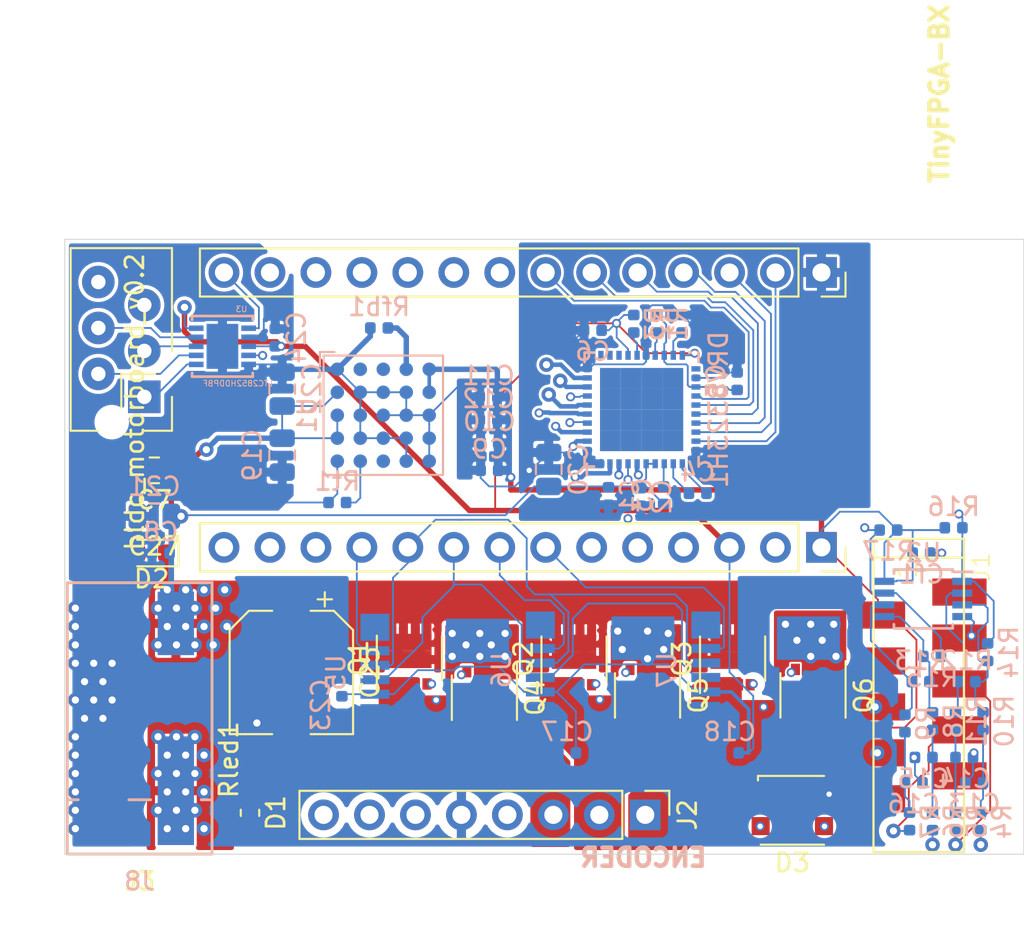
<source format=kicad_pcb>
(kicad_pcb (version 20171130) (host pcbnew 5.1.4-e60b266~84~ubuntu18.04.1)
  (layers (0 F.Cu signal) (1 In1.Cu signal) (2 In2.Cu signal) (31 B.Cu signal) (34 B.Paste user) (35 F.Paste user) (36 B.SilkS user) (37 F.SilkS user) (38 B.Mask user) (39 F.Mask user) (44 Edge.Cuts user))
  (net 0 "")
  (net 1 +36V)
  (net 2 "Net-(C3-Pad1)")
  (net 3 "Net-(C4-Pad1)")
  (net 4 "Net-(C4-Pad2)")
  (net 5 "Net-(C5-Pad2)")
  (net 6 +3V3)
  (net 7 "Net-(DRV8323H1-Pad25)")
  (net 8 "Net-(DRV8323H1-Pad27)")
  (net 9 "Net-(DRV8323H1-Pad29)")
  (net 10 "Net-(DRV8323H1-Pad31)")
  (net 11 INHA)
  (net 12 INLA)
  (net 13 INHB)
  (net 14 INLB)
  (net 15 INHC)
  (net 16 INLC)
  (net 17 /mosfet_bridges/SPA)
  (net 18 /mosfet_bridges/SPB)
  (net 19 /mosfet_bridges/SPC)
  (net 20 /mosfet_bridges/GHA)
  (net 21 /mosfet_bridges/GLA)
  (net 22 /mosfet_bridges/GLB)
  (net 23 /mosfet_bridges/GHB)
  (net 24 /mosfet_bridges/GHC)
  (net 25 /mosfet_bridges/GLC)
  (net 26 /mosfet_bridges/SOC)
  (net 27 /mosfet_bridges/SOB)
  (net 28 /mosfet_bridges/SOA)
  (net 29 GND)
  (net 30 CS_MISO)
  (net 31 CS_CLK)
  (net 32 CS_A)
  (net 33 CS_OCD_A)
  (net 34 CS_B)
  (net 35 CS_OCD_B)
  (net 36 CS_C)
  (net 37 CS_OCD_C)
  (net 38 /HALL2)
  (net 39 /HALL1)
  (net 40 /HALL3)
  (net 41 RX)
  (net 42 TX)
  (net 43 /Encoder0_Index)
  (net 44 /Encoder0_B)
  (net 45 /Encoder0_A)
  (net 46 +5V)
  (net 47 "Net-(Rfb1-Pad1)")
  (net 48 "Net-(Rt1-Pad1)")
  (net 49 "Net-(U1-PadB1)")
  (net 50 "Net-(U1-PadC1)")
  (net 51 "Net-(D1-Pad1)")
  (net 52 "Net-(J1-Pad9)")
  (net 53 "Net-(J1-Pad10)")
  (net 54 /PH1)
  (net 55 /PH2)
  (net 56 /PH3)
  (net 57 "Net-(J1-Pad4)")
  (net 58 "Net-(J1-Pad1)")
  (net 59 "Net-(C13-Pad2)")
  (net 60 "Net-(C14-Pad1)")
  (net 61 "Net-(C15-Pad2)")
  (net 62 "Net-(C16-Pad1)")
  (net 63 /+A)
  (net 64 /-A)
  (net 65 /+B)
  (net 66 /-B)
  (net 67 SHIELD)
  (net 68 /l_TX)
  (net 69 /h_TX)
  (net 70 /l_RX)
  (net 71 /h_RX)
  (net 72 /NEO_DOUT)
  (net 73 /NEO_DIN)
  (net 74 "Net-(R13-Pad1)")
  (net 75 "Net-(R13-Pad2)")
  (net 76 "Net-(R10-Pad2)")
  (net 77 "Net-(R11-Pad2)")
  (net 78 "Net-(J6-Pad12)")
  (net 79 "Net-(J6-Pad11)")
  (net 80 "Net-(J6-Pad8)")
  (module Capacitor_SMD:C_0402_1005Metric (layer B.Cu) (at 111.633 105.433 90)
    (fp_text reference C24 (at 0 1.17 270) (layer B.SilkS) (effects (justify mirror)))
    (fp_text value 0.1uF)
    (pad 2 smd roundrect (at 0.485 0 90) (size 0.59 0.64) (layers B.Cu B.Paste B.Mask) (net 29 GND))
    (pad 1 smd roundrect (at -0.485 0 90) (size 0.59 0.64) (layers B.Cu B.Paste B.Mask) (net 6 +3V3))
  )
  (module Package_BGA:BGA-25_6.35x6.35mm_Layout5x5_P1.27mm (layer B.Cu) (at 117.602 109.728 270)
    (fp_text reference U1 (at 0 4.2 90) (layer B.SilkS) (effects (justify mirror)))
    (fp_text value LTM8074)
    (pad A1 smd circle (at -2.54 2.54 270) (size 0.75 0.75) (layers B.Cu B.Paste B.Mask) (net 29 GND))
    (pad B1 smd circle (at -2.54 1.27 270) (size 0.75 0.75) (layers B.Cu B.Paste B.Mask) (net 49 "Net-(U1-PadB1)"))
    (pad C1 smd circle (at -2.54 0 270) (size 0.75 0.75) (layers B.Cu B.Paste B.Mask) (net 50 "Net-(U1-PadC1)"))
    (pad D1 smd circle (at -2.54 -1.27 270) (size 0.75 0.75) (layers B.Cu B.Paste B.Mask) (net 47 "Net-(Rfb1-Pad1)"))
    (pad E1 smd circle (at -2.54 -2.54 270) (size 0.75 0.75) (layers B.Cu B.Paste B.Mask) (net 46 +5V))
    (pad A2 smd circle (at -1.27 2.54 270) (size 0.75 0.75) (layers B.Cu B.Paste B.Mask) (net 1 +36V))
    (pad B2 smd circle (at -1.27 1.27 270) (size 0.75 0.75) (layers B.Cu B.Paste B.Mask) (net 29 GND))
    (pad C2 smd circle (at -1.27 0 270) (size 0.75 0.75) (layers B.Cu B.Paste B.Mask) (net 29 GND))
    (pad D2 smd circle (at -1.27 -1.27 270) (size 0.75 0.75) (layers B.Cu B.Paste B.Mask) (net 29 GND))
    (pad E2 smd circle (at -1.27 -2.54 270) (size 0.75 0.75) (layers B.Cu B.Paste B.Mask) (net 46 +5V))
    (pad A3 smd circle (at 0 2.54 270) (size 0.75 0.75) (layers B.Cu B.Paste B.Mask) (net 1 +36V))
    (pad B3 smd circle (at 0 1.27 270) (size 0.75 0.75) (layers B.Cu B.Paste B.Mask) (net 29 GND))
    (pad C3 smd circle (at 0 0 270) (size 0.75 0.75) (layers B.Cu B.Paste B.Mask) (net 29 GND))
    (pad D3 smd circle (at 0 -1.27 270) (size 0.75 0.75) (layers B.Cu B.Paste B.Mask) (net 29 GND))
    (pad E3 smd circle (at 0 -2.54 270) (size 0.75 0.75) (layers B.Cu B.Paste B.Mask) (net 29 GND))
    (pad A4 smd circle (at 1.27 2.54 270) (size 0.75 0.75) (layers B.Cu B.Paste B.Mask) (net 1 +36V))
    (pad B4 smd circle (at 1.27 1.27 270) (size 0.75 0.75) (layers B.Cu B.Paste B.Mask) (net 29 GND))
    (pad C4 smd circle (at 1.27 0 270) (size 0.75 0.75) (layers B.Cu B.Paste B.Mask) (net 29 GND))
    (pad D4 smd circle (at 1.27 -1.27 270) (size 0.75 0.75) (layers B.Cu B.Paste B.Mask) (net 29 GND))
    (pad E4 smd circle (at 1.27 -2.54 270) (size 0.75 0.75) (layers B.Cu B.Paste B.Mask) (net 29 GND))
    (pad A5 smd circle (at 2.54 2.54 270) (size 0.75 0.75) (layers B.Cu B.Paste B.Mask) (net 29 GND))
    (pad B5 smd circle (at 2.54 1.27 270) (size 0.75 0.75) (layers B.Cu B.Paste B.Mask) (net 48 "Net-(Rt1-Pad1)"))
    (pad C5 smd circle (at 2.54 0 270) (size 0.75 0.75) (layers B.Cu B.Paste B.Mask))
    (pad D5 smd circle (at 2.54 -1.27 270) (size 0.75 0.75) (layers B.Cu B.Paste B.Mask) (net 29 GND))
    (pad E5 smd circle (at 2.54 -2.54 270) (size 0.75 0.75) (layers B.Cu B.Paste B.Mask) (net 29 GND))
  )
  (module Capacitor_SMD:C_0402_1005Metric (layer B.Cu) (at 147.47 128.651)
    (fp_text reference C15 (at 0 1.17) (layer B.SilkS) (effects (justify mirror)))
    (fp_text value 0.1uF)
    (pad 2 smd roundrect (at 0.485 0) (size 0.59 0.64) (layers B.Cu B.Paste B.Mask) (net 61 "Net-(C15-Pad2)"))
    (pad 1 smd roundrect (at -0.485 0) (size 0.59 0.64) (layers B.Cu B.Paste B.Mask) (net 29 GND))
  )
  (module Capacitor_SMD:C_0402_1005Metric (layer B.Cu) (at 115.316 125.753 270)
    (fp_text reference C23 (at 0 1.17 90) (layer B.SilkS) (effects (justify mirror)))
    (fp_text value 0.1uF)
    (pad 2 smd roundrect (at 0.485 0 270) (size 0.59 0.64) (layers B.Cu B.Paste B.Mask) (net 29 GND))
    (pad 1 smd roundrect (at -0.485 0 270) (size 0.59 0.64) (layers B.Cu B.Paste B.Mask) (net 6 +3V3))
  )
  (module Capacitor_SMD:C_0402_1005Metric (layer B.Cu) (at 136.756 128.397 180)
    (fp_text reference C18 (at 0 1.17) (layer B.SilkS) (effects (justify mirror)))
    (fp_text value 0.1uF)
    (pad 1 smd roundrect (at -0.485 0 180) (size 0.59 0.64) (layers B.Cu B.Paste B.Mask) (net 6 +3V3))
    (pad 2 smd roundrect (at 0.485 0 180) (size 0.59 0.64) (layers B.Cu B.Paste B.Mask) (net 29 GND))
  )
  (module Capacitor_SMD:C_0402_1005Metric (layer B.Cu) (at 127.762 128.397 180)
    (fp_text reference C17 (at 0 1.17) (layer B.SilkS) (effects (justify mirror)))
    (fp_text value 0.1uF)
    (pad 2 smd roundrect (at 0.485 0 180) (size 0.59 0.64) (layers B.Cu B.Paste B.Mask) (net 29 GND))
    (pad 1 smd roundrect (at -0.485 0 180) (size 0.59 0.64) (layers B.Cu B.Paste B.Mask) (net 6 +3V3))
  )
  (module custom_lib:LED_WS2812B-PLCC4_3.5x3.5 (layer F.Cu) (at 140.208 131.572 180)
    (fp_text reference D3 (at 0 -2.9) (layer F.SilkS))
    (fp_text value NeoPixel_THT)
    (pad 1 smd rect (at -1.75 -0.875 180) (size 1 1) (layers F.Cu F.Paste F.Mask) (net 72 /NEO_DOUT))
    (pad 2 smd rect (at -1.75 0.875 180) (size 1 1) (layers F.Cu F.Paste F.Mask) (net 29 GND))
    (pad 4 smd rect (at 1.75 -0.875 180) (size 1 1) (layers F.Cu F.Paste F.Mask) (net 73 /NEO_DIN))
    (pad 3 smd rect (at 1.75 0.875 180) (size 1 1) (layers F.Cu F.Paste F.Mask) (net 46 +5V))
  )
  (module Package_SO:TSSOP-8_3x3mm_P0.65mm (layer B.Cu) (at 147.447 119.888 180)
    (fp_text reference U2 (at 0 2.55) (layer B.SilkS) (effects (justify mirror)))
    (fp_text value LM2903)
    (pad 8 smd rect (at 2.15 0.975 180) (size 1.1 0.4) (layers B.Cu B.Paste B.Mask) (net 46 +5V))
    (pad 7 smd rect (at 2.15 0.325 180) (size 1.1 0.4) (layers B.Cu B.Paste B.Mask) (net 44 /Encoder0_B))
    (pad 6 smd rect (at 2.15 -0.325 180) (size 1.1 0.4) (layers B.Cu B.Paste B.Mask) (net 75 "Net-(R13-Pad2)"))
    (pad 5 smd rect (at 2.15 -0.975 180) (size 1.1 0.4) (layers B.Cu B.Paste B.Mask) (net 74 "Net-(R13-Pad1)"))
    (pad 4 smd rect (at -2.15 -0.975 180) (size 1.1 0.4) (layers B.Cu B.Paste B.Mask) (net 29 GND))
    (pad 3 smd rect (at -2.15 -0.325 180) (size 1.1 0.4) (layers B.Cu B.Paste B.Mask) (net 76 "Net-(R10-Pad2)"))
    (pad 2 smd rect (at -2.15 0.325 180) (size 1.1 0.4) (layers B.Cu B.Paste B.Mask) (net 77 "Net-(R11-Pad2)"))
    (pad 1 smd rect (at -2.15 0.975 180) (size 1.1 0.4) (layers B.Cu B.Paste B.Mask) (net 45 /Encoder0_A))
  )
  (module Resistor_SMD:R_0402_1005Metric (layer B.Cu) (at 145.519 116.078)
    (fp_text reference R17 (at 0 1.17) (layer B.SilkS) (effects (justify mirror)))
    (fp_text value 100k)
    (pad 2 smd roundrect (at 0.485 0) (size 0.59 0.64) (layers B.Cu B.Paste B.Mask) (net 46 +5V))
    (pad 1 smd roundrect (at -0.485 0) (size 0.59 0.64) (layers B.Cu B.Paste B.Mask) (net 44 /Encoder0_B))
  )
  (module Resistor_SMD:R_0402_1005Metric (layer B.Cu) (at 149.121 115.951 180)
    (fp_text reference R16 (at 0 1.17) (layer B.SilkS) (effects (justify mirror)))
    (fp_text value 100k)
    (pad 2 smd roundrect (at 0.485 0 180) (size 0.59 0.64) (layers B.Cu B.Paste B.Mask) (net 46 +5V))
    (pad 1 smd roundrect (at -0.485 0 180) (size 0.59 0.64) (layers B.Cu B.Paste B.Mask) (net 45 /Encoder0_A))
  )
  (module Resistor_SMD:R_0402_1005Metric (layer B.Cu) (at 147.932 123.063)
    (fp_text reference R15 (at 0 1.17 180) (layer B.SilkS) (effects (justify mirror)))
    (fp_text value 10k)
    (pad 2 smd roundrect (at 0.485 0) (size 0.59 0.64) (layers B.Cu B.Paste B.Mask) (net 44 /Encoder0_B))
    (pad 1 smd roundrect (at -0.485 0) (size 0.59 0.64) (layers B.Cu B.Paste B.Mask) (net 74 "Net-(R13-Pad1)"))
  )
  (module Resistor_SMD:R_0402_1005Metric (layer B.Cu) (at 151.003 122.832 90)
    (fp_text reference R14 (at 0 1.17 270) (layer B.SilkS) (effects (justify mirror)))
    (fp_text value 10k)
    (pad 2 smd roundrect (at 0.485 0 90) (size 0.59 0.64) (layers B.Cu B.Paste B.Mask) (net 45 /Encoder0_A))
    (pad 1 smd roundrect (at -0.485 0 90) (size 0.59 0.64) (layers B.Cu B.Paste B.Mask) (net 76 "Net-(R10-Pad2)"))
  )
  (module Resistor_SMD:R_0402_1005Metric (layer B.Cu) (at 147.297 124.46 180)
    (fp_text reference R13 (at 0 1.17) (layer B.SilkS) (effects (justify mirror)))
    (fp_text value 10k)
    (pad 2 smd roundrect (at 0.485 0 180) (size 0.59 0.64) (layers B.Cu B.Paste B.Mask) (net 75 "Net-(R13-Pad2)"))
    (pad 1 smd roundrect (at -0.485 0 180) (size 0.59 0.64) (layers B.Cu B.Paste B.Mask) (net 74 "Net-(R13-Pad1)"))
  )
  (module Resistor_SMD:R_0402_1005Metric (layer B.Cu) (at 149.837 124.46 180)
    (fp_text reference R12 (at 0 1.17) (layer B.SilkS) (effects (justify mirror)))
    (fp_text value 10k)
    (pad 2 smd roundrect (at 0.485 0 180) (size 0.59 0.64) (layers B.Cu B.Paste B.Mask) (net 77 "Net-(R11-Pad2)"))
    (pad 1 smd roundrect (at -0.485 0 180) (size 0.59 0.64) (layers B.Cu B.Paste B.Mask) (net 76 "Net-(R10-Pad2)"))
  )
  (module Resistor_SMD:R_0402_1005Metric (layer B.Cu) (at 149.225 126.642 90)
    (fp_text reference R11 (at 0 1.17 270) (layer B.SilkS) (effects (justify mirror)))
    (fp_text value 10k)
    (pad 2 smd roundrect (at 0.485 0 90) (size 0.59 0.64) (layers B.Cu B.Paste B.Mask) (net 77 "Net-(R11-Pad2)"))
    (pad 1 smd roundrect (at -0.485 0 90) (size 0.59 0.64) (layers B.Cu B.Paste B.Mask) (net 60 "Net-(C14-Pad1)"))
  )
  (module Resistor_SMD:R_0402_1005Metric (layer B.Cu) (at 150.749 126.642 90)
    (fp_text reference R10 (at 0 1.17 270) (layer B.SilkS) (effects (justify mirror)))
    (fp_text value 10k)
    (pad 2 smd roundrect (at 0.485 0 90) (size 0.59 0.64) (layers B.Cu B.Paste B.Mask) (net 76 "Net-(R10-Pad2)"))
    (pad 1 smd roundrect (at -0.485 0 90) (size 0.59 0.64) (layers B.Cu B.Paste B.Mask) (net 59 "Net-(C13-Pad2)"))
  )
  (module Resistor_SMD:R_0402_1005Metric (layer B.Cu) (at 146.431 126.769 90)
    (fp_text reference R9 (at 0 1.17 270) (layer B.SilkS) (effects (justify mirror)))
    (fp_text value 10k)
    (pad 2 smd roundrect (at 0.485 0 90) (size 0.59 0.64) (layers B.Cu B.Paste B.Mask) (net 75 "Net-(R13-Pad2)"))
    (pad 1 smd roundrect (at -0.485 0 90) (size 0.59 0.64) (layers B.Cu B.Paste B.Mask) (net 62 "Net-(C16-Pad1)"))
  )
  (module Resistor_SMD:R_0402_1005Metric (layer B.Cu) (at 147.955 126.642 90)
    (fp_text reference R8 (at 0 1.17 270) (layer B.SilkS) (effects (justify mirror)))
    (fp_text value 10k)
    (pad 2 smd roundrect (at 0.485 0 90) (size 0.59 0.64) (layers B.Cu B.Paste B.Mask) (net 74 "Net-(R13-Pad1)"))
    (pad 1 smd roundrect (at -0.485 0 90) (size 0.59 0.64) (layers B.Cu B.Paste B.Mask) (net 61 "Net-(C15-Pad2)"))
  )
  (module Resistor_SMD:R_0402_1005Metric (layer B.Cu) (at 146.685 132.184 90)
    (fp_text reference R7 (at 0 1.17 270) (layer B.SilkS) (effects (justify mirror)))
    (fp_text value 10k)
    (pad 2 smd roundrect (at 0.485 0 90) (size 0.59 0.64) (layers B.Cu B.Paste B.Mask) (net 62 "Net-(C16-Pad1)"))
    (pad 1 smd roundrect (at -0.485 0 90) (size 0.59 0.64) (layers B.Cu B.Paste B.Mask) (net 66 /-B))
  )
  (module Resistor_SMD:R_0402_1005Metric (layer B.Cu) (at 147.955 132.184 90)
    (fp_text reference R6 (at 0 1.17 270) (layer B.SilkS) (effects (justify mirror)))
    (fp_text value 10k)
    (pad 2 smd roundrect (at 0.485 0 90) (size 0.59 0.64) (layers B.Cu B.Paste B.Mask) (net 61 "Net-(C15-Pad2)"))
    (pad 1 smd roundrect (at -0.485 0 90) (size 0.59 0.64) (layers B.Cu B.Paste B.Mask) (net 65 /+B))
  )
  (module Resistor_SMD:R_0402_1005Metric (layer B.Cu) (at 149.225 132.184 90)
    (fp_text reference R5 (at 0 1.17 270) (layer B.SilkS) (effects (justify mirror)))
    (fp_text value 10k)
    (pad 2 smd roundrect (at 0.485 0 90) (size 0.59 0.64) (layers B.Cu B.Paste B.Mask) (net 60 "Net-(C14-Pad1)"))
    (pad 1 smd roundrect (at -0.485 0 90) (size 0.59 0.64) (layers B.Cu B.Paste B.Mask) (net 64 /-A))
  )
  (module Resistor_SMD:R_0402_1005Metric (layer B.Cu) (at 150.622 132.184 90)
    (fp_text reference R4 (at 0 1.17 270) (layer B.SilkS) (effects (justify mirror)))
    (fp_text value 10k)
    (pad 2 smd roundrect (at 0.485 0 90) (size 0.59 0.64) (layers B.Cu B.Paste B.Mask) (net 59 "Net-(C13-Pad2)"))
    (pad 1 smd roundrect (at -0.485 0 90) (size 0.59 0.64) (layers B.Cu B.Paste B.Mask) (net 63 /+A))
  )
  (module Capacitor_SMD:C_0402_1005Metric (layer B.Cu) (at 147.343 117.348)
    (fp_text reference Cf1 (at 0 1.17 180) (layer B.SilkS) (effects (justify mirror)))
    (fp_text value 0.1uF)
    (pad 2 smd roundrect (at 0.485 0) (size 0.59 0.64) (layers B.Cu B.Paste B.Mask) (net 29 GND))
    (pad 1 smd roundrect (at -0.485 0) (size 0.59 0.64) (layers B.Cu B.Paste B.Mask) (net 46 +5V))
  )
  (module Capacitor_SMD:C_0402_1005Metric (layer B.Cu) (at 146.916 130.048)
    (fp_text reference C16 (at 0 1.17) (layer B.SilkS) (effects (justify mirror)))
    (fp_text value 0.1uF)
    (pad 2 smd roundrect (at 0.485 0) (size 0.59 0.64) (layers B.Cu B.Paste B.Mask) (net 29 GND))
    (pad 1 smd roundrect (at -0.485 0) (size 0.59 0.64) (layers B.Cu B.Paste B.Mask) (net 62 "Net-(C16-Pad1)"))
  )
  (module Capacitor_SMD:C_0402_1005Metric (layer B.Cu) (at 149.71 128.651)
    (fp_text reference C14 (at 0 1.17) (layer B.SilkS) (effects (justify mirror)))
    (fp_text value 0.1uF)
    (pad 2 smd roundrect (at 0.485 0) (size 0.59 0.64) (layers B.Cu B.Paste B.Mask) (net 29 GND))
    (pad 1 smd roundrect (at -0.485 0) (size 0.59 0.64) (layers B.Cu B.Paste B.Mask) (net 60 "Net-(C14-Pad1)"))
  )
  (module Capacitor_SMD:C_0402_1005Metric (layer B.Cu) (at 150.264 130.048)
    (fp_text reference C13 (at 0 1.17) (layer B.SilkS) (effects (justify mirror)))
    (fp_text value 0.1uF)
    (pad 2 smd roundrect (at 0.485 0) (size 0.59 0.64) (layers B.Cu B.Paste B.Mask) (net 59 "Net-(C13-Pad2)"))
    (pad 1 smd roundrect (at -0.485 0) (size 0.59 0.64) (layers B.Cu B.Paste B.Mask) (net 29 GND))
  )
  (module Connector_PinSocket_2.54mm:PinSocket_1x14_P2.54mm_Vertical (layer F.Cu) (at 141.818 117.036 270)
    (fp_text reference J7 hide)
    (fp_text value TinyFPGA-BX-right)
    (pad 1 thru_hole rect (at 0 0 270) (size 1.7 1.7) (drill 1) (layers *.Cu *.Mask) (net 46 +5V))
    (pad 2 thru_hole oval (at 0 2.54 270) (size 1.7 1.7) (drill 1) (layers *.Cu *.Mask) (net 29 GND))
    (pad 3 thru_hole oval (at 0 5.08 270) (size 1.7 1.7) (drill 1) (layers *.Cu *.Mask) (net 6 +3V3))
    (pad 4 thru_hole oval (at 0 7.62 270) (size 1.7 1.7) (drill 1) (layers *.Cu *.Mask) (net 72 /NEO_DOUT))
    (pad 5 thru_hole oval (at 0 10.16 270) (size 1.7 1.7) (drill 1) (layers *.Cu *.Mask) (net 73 /NEO_DIN))
    (pad 6 thru_hole oval (at 0 12.7 270) (size 1.7 1.7) (drill 1) (layers *.Cu *.Mask) (net 43 /Encoder0_Index))
    (pad 7 thru_hole oval (at 0 15.24 270) (size 1.7 1.7) (drill 1) (layers *.Cu *.Mask) (net 36 CS_C))
    (pad 8 thru_hole oval (at 0 17.78 270) (size 1.7 1.7) (drill 1) (layers *.Cu *.Mask) (net 34 CS_B))
    (pad 9 thru_hole oval (at 0 20.32 270) (size 1.7 1.7) (drill 1) (layers *.Cu *.Mask) (net 30 CS_MISO))
    (pad 10 thru_hole oval (at 0 22.86 270) (size 1.7 1.7) (drill 1) (layers *.Cu *.Mask) (net 31 CS_CLK))
    (pad 11 thru_hole oval (at 0 25.4 270) (size 1.7 1.7) (drill 1) (layers *.Cu *.Mask) (net 32 CS_A))
    (pad 12 thru_hole oval (at 0 27.94 270) (size 1.7 1.7) (drill 1) (layers *.Cu *.Mask) (net 40 /HALL3))
    (pad 13 thru_hole oval (at 0 30.48 270) (size 1.7 1.7) (drill 1) (layers *.Cu *.Mask) (net 38 /HALL2))
    (pad 14 thru_hole oval (at 0 33.02 270) (size 1.7 1.7) (drill 1) (layers *.Cu *.Mask) (net 39 /HALL1))
  )
  (module Connector_PinSocket_2.54mm:PinSocket_1x14_P2.54mm_Vertical (layer F.Cu) (at 141.818 101.836 270)
    (fp_text reference J6 hide)
    (fp_text value TinyFPGA-BX-left)
    (pad 14 thru_hole oval (at 0 33.02 270) (size 1.7 1.7) (drill 1) (layers *.Cu *.Mask) (net 41 RX))
    (pad 13 thru_hole oval (at 0 30.48 270) (size 1.7 1.7) (drill 1) (layers *.Cu *.Mask) (net 42 TX))
    (pad 12 thru_hole oval (at 0 27.94 270) (size 1.7 1.7) (drill 1) (layers *.Cu *.Mask) (net 78 "Net-(J6-Pad12)"))
    (pad 11 thru_hole oval (at 0 25.4 270) (size 1.7 1.7) (drill 1) (layers *.Cu *.Mask) (net 79 "Net-(J6-Pad11)"))
    (pad 10 thru_hole oval (at 0 22.86 270) (size 1.7 1.7) (drill 1) (layers *.Cu *.Mask) (net 44 /Encoder0_B))
    (pad 9 thru_hole oval (at 0 20.32 270) (size 1.7 1.7) (drill 1) (layers *.Cu *.Mask) (net 45 /Encoder0_A))
    (pad 8 thru_hole oval (at 0 17.78 270) (size 1.7 1.7) (drill 1) (layers *.Cu *.Mask) (net 80 "Net-(J6-Pad8)"))
    (pad 7 thru_hole oval (at 0 15.24 270) (size 1.7 1.7) (drill 1) (layers *.Cu *.Mask) (net 11 INHA))
    (pad 6 thru_hole oval (at 0 12.7 270) (size 1.7 1.7) (drill 1) (layers *.Cu *.Mask) (net 12 INLA))
    (pad 5 thru_hole oval (at 0 10.16 270) (size 1.7 1.7) (drill 1) (layers *.Cu *.Mask) (net 13 INHB))
    (pad 4 thru_hole oval (at 0 7.62 270) (size 1.7 1.7) (drill 1) (layers *.Cu *.Mask) (net 14 INLB))
    (pad 3 thru_hole oval (at 0 5.08 270) (size 1.7 1.7) (drill 1) (layers *.Cu *.Mask) (net 15 INHC))
    (pad 2 thru_hole oval (at 0 2.54 270) (size 1.7 1.7) (drill 1) (layers *.Cu *.Mask) (net 16 INLC))
    (pad 1 thru_hole rect (at 0 0 270) (size 1.7 1.7) (drill 1) (layers *.Cu *.Mask) (net 29 GND))
  )
  (module Diode_SMD:D_0603_1608Metric (layer F.Cu) (at 104.8005 117.348 180)
    (fp_text reference D2 (at 0 -1.43) (layer F.SilkS))
    (fp_text value D_TVS)
    (pad 2 smd roundrect (at 0.7875 0 180) (size 0.875 0.95) (layers F.Cu F.Paste F.Mask) (net 29 GND))
    (pad 1 smd roundrect (at -0.7875 0 180) (size 0.875 0.95) (layers F.Cu F.Paste F.Mask) (net 1 +36V))
  )
  (module "motor drive 9y_protection:MIRCO_MATCH" (layer F.Cu) (at 147.193 125.222 270)
    (fp_text reference J1 (at -8 -4 90) (layer F.SilkS) (effects (font (size 0.9652 0.9652) (thickness 0.09652)) (justify right bottom)))
    (fp_text value Conn_01x10_Female)
    (fp_text user 1 (at -7.62 0 90) (layer F.SilkS) (effects (font (size 1.2065 1.2065) (thickness 0.1016)) (justify right bottom)))
    (pad 10 smd rect (at 5.715 2.25) (size 3 1.5) (layers F.Cu F.Paste F.Mask) (net 53 "Net-(J1-Pad10)"))
    (pad 8 smd rect (at 3.175 2.25) (size 3 1.5) (layers F.Cu F.Paste F.Mask) (net 65 /+B))
    (pad 6 smd rect (at 0.635 2.25) (size 3 1.5) (layers F.Cu F.Paste F.Mask) (net 63 /+A))
    (pad 4 smd rect (at -1.905 2.25) (size 3 1.5) (layers F.Cu F.Paste F.Mask) (net 57 "Net-(J1-Pad4)"))
    (pad 2 smd rect (at -4.445 2.25) (size 3 1.5) (layers F.Cu F.Paste F.Mask) (net 46 +5V))
    (pad 9 smd rect (at 4.445 -2.25) (size 3 1.5) (layers F.Cu F.Paste F.Mask) (net 52 "Net-(J1-Pad9)"))
    (pad 7 smd rect (at 1.905 -2.25) (size 3 1.5) (layers F.Cu F.Paste F.Mask) (net 66 /-B))
    (pad 5 smd rect (at -0.635 -2.25) (size 3 1.5) (layers F.Cu F.Paste F.Mask) (net 64 /-A))
    (pad 3 smd rect (at -3.175 -2.25) (size 3 1.5) (layers F.Cu F.Paste F.Mask) (net 29 GND))
    (pad 1 smd rect (at -5.715 -2.25) (size 3 1.5) (layers F.Cu F.Paste F.Mask) (net 58 "Net-(J1-Pad1)"))
  )
  (module custom_lib:LTC8252_DD_DFN-10_DD (layer B.Cu) (at 108.712 105.918 180)
    (fp_text reference U3 (at -1.0542 2.0524) (layer B.SilkS) (effects (font (size 0.314961 0.314961) (thickness 0.05)) (justify mirror)))
    (fp_text value LTC2852HDDPBF (at -0.8542 -2.0524) (layer B.SilkS) (effects (font (size 0.314961 0.314961) (thickness 0.05)) (justify mirror)))
    (pad 11 smd rect (at 0 0 180) (size 1.7526 2.4892) (layers B.Cu B.Paste B.Mask) (net 29 GND))
    (pad 10 smd rect (at 1.4478 1 180) (size 0.8128 0.3048) (layers B.Cu B.Paste B.Mask) (net 6 +3V3))
    (pad 9 smd rect (at 1.4478 0.5 180) (size 0.8128 0.3048) (layers B.Cu B.Paste B.Mask) (net 71 /h_RX))
    (pad 8 smd rect (at 1.4478 0 180) (size 0.8128 0.3048) (layers B.Cu B.Paste B.Mask) (net 70 /l_RX))
    (pad 7 smd rect (at 1.4478 -0.5 180) (size 0.8128 0.3048) (layers B.Cu B.Paste B.Mask) (net 69 /h_TX))
    (pad 6 smd rect (at 1.4478 -1 180) (size 0.8128 0.3048) (layers B.Cu B.Paste B.Mask) (net 68 /l_TX))
    (pad 5 smd rect (at -1.4478 -1 180) (size 0.8128 0.3048) (layers B.Cu B.Paste B.Mask) (net 29 GND))
    (pad 4 smd rect (at -1.4478 -0.5 180) (size 0.8128 0.3048) (layers B.Cu B.Paste B.Mask) (net 42 TX))
    (pad 3 smd rect (at -1.4478 0 180) (size 0.8128 0.3048) (layers B.Cu B.Paste B.Mask) (net 6 +3V3))
    (pad 2 smd rect (at -1.4478 0.5 180) (size 0.8128 0.3048) (layers B.Cu B.Paste B.Mask) (net 29 GND))
    (pad 1 smd rect (at -1.4478 1 180) (size 0.8128 0.3048) (layers B.Cu B.Paste B.Mask) (net 41 RX))
  )
  (module Connector_PinHeader_2.54mm:PinHeader_1x08_P2.54mm_Vertical (layer F.Cu) (at 132.08 131.826 270)
    (fp_text reference J2 (at 0 -2.33 90) (layer F.SilkS))
    (fp_text value Conn_01x08_Male)
    (pad 8 thru_hole oval (at 0 17.78 270) (size 1.7 1.7) (drill 1) (layers *.Cu *.Mask) (net 39 /HALL1))
    (pad 7 thru_hole oval (at 0 15.24 270) (size 1.7 1.7) (drill 1) (layers *.Cu *.Mask) (net 38 /HALL2))
    (pad 6 thru_hole oval (at 0 12.7 270) (size 1.7 1.7) (drill 1) (layers *.Cu *.Mask) (net 40 /HALL3))
    (pad 5 thru_hole oval (at 0 10.16 270) (size 1.7 1.7) (drill 1) (layers *.Cu *.Mask) (net 29 GND))
    (pad 4 thru_hole oval (at 0 7.62 270) (size 1.7 1.7) (drill 1) (layers *.Cu *.Mask) (net 6 +3V3))
    (pad 3 thru_hole oval (at 0 5.08 270) (size 1.7 1.7) (drill 1) (layers *.Cu *.Mask) (net 54 /PH1))
    (pad 2 thru_hole oval (at 0 2.54 270) (size 1.7 1.7) (drill 1) (layers *.Cu *.Mask) (net 55 /PH2))
    (pad 1 thru_hole rect (at 0 0 270) (size 1.7 1.7) (drill 1) (layers *.Cu *.Mask) (net 56 /PH3))
  )
  (module Capacitor_SMD:C_0603_1608Metric_Pad1.05x0.95mm_HandSolder (layer F.Cu) (at 110.236 131.713 270)
    (fp_text reference D1 (at 0 -1.43 90) (layer F.SilkS))
    (fp_text value LED)
    (pad 2 smd roundrect (at 0.875 0 270) (size 1.05 0.95) (layers F.Cu F.Paste F.Mask) (net 1 +36V))
    (pad 1 smd roundrect (at -0.875 0 270) (size 1.05 0.95) (layers F.Cu F.Paste F.Mask) (net 51 "Net-(D1-Pad1)"))
  )
  (module Resistor_SMD:R_0402_1005Metric (layer F.Cu) (at 110.236 128.778 90)
    (fp_text reference Rled1 (at 0 -1.17 90) (layer F.SilkS))
    (fp_text value 10k)
    (pad 2 smd roundrect (at 0.485 0 90) (size 0.59 0.64) (layers F.Cu F.Paste F.Mask) (net 29 GND))
    (pad 1 smd roundrect (at -0.485 0 90) (size 0.59 0.64) (layers F.Cu F.Paste F.Mask) (net 51 "Net-(D1-Pad1)"))
  )
  (module Resistor_SMD:R_0402_1005Metric (layer B.Cu) (at 115.062 114.554 180)
    (fp_text reference Rt1 (at 0 1.17) (layer B.SilkS) (effects (justify mirror)))
    (fp_text value 22k)
    (pad 2 smd roundrect (at 0.485 0 180) (size 0.59 0.64) (layers B.Cu B.Paste B.Mask) (net 29 GND))
    (pad 1 smd roundrect (at -0.485 0 180) (size 0.59 0.64) (layers B.Cu B.Paste B.Mask) (net 48 "Net-(Rt1-Pad1)"))
  )
  (module Resistor_SMD:R_0402_1005Metric (layer B.Cu) (at 117.371 104.902 180)
    (fp_text reference Rfb1 (at 0 1.17) (layer B.SilkS) (effects (justify mirror)))
    (fp_text value 45.6k)
    (pad 2 smd roundrect (at 0.485 0 180) (size 0.59 0.64) (layers B.Cu B.Paste B.Mask) (net 29 GND))
    (pad 1 smd roundrect (at -0.485 0 180) (size 0.59 0.64) (layers B.Cu B.Paste B.Mask) (net 47 "Net-(Rfb1-Pad1)"))
  )
  (module Capacitor_SMD:C_0402_1005Metric (layer B.Cu) (at 123.421 109.982 180)
    (fp_text reference C12 (at 0 1.17) (layer B.SilkS) (effects (justify mirror)))
    (fp_text value 22u)
    (pad 2 smd roundrect (at 0.485 0 180) (size 0.59 0.64) (layers B.Cu B.Paste B.Mask) (net 29 GND))
    (pad 1 smd roundrect (at -0.485 0 180) (size 0.59 0.64) (layers B.Cu B.Paste B.Mask) (net 46 +5V))
  )
  (module Capacitor_SMD:C_0402_1005Metric (layer B.Cu) (at 123.421 108.712 180)
    (fp_text reference C11 (at 0 1.17) (layer B.SilkS) (effects (justify mirror)))
    (fp_text value 22u)
    (pad 2 smd roundrect (at 0.485 0 180) (size 0.59 0.64) (layers B.Cu B.Paste B.Mask) (net 29 GND))
    (pad 1 smd roundrect (at -0.485 0 180) (size 0.59 0.64) (layers B.Cu B.Paste B.Mask) (net 46 +5V))
  )
  (module Capacitor_SMD:C_0402_1005Metric (layer B.Cu) (at 123.467 111.252 180)
    (fp_text reference C10 (at 0 1.17) (layer B.SilkS) (effects (justify mirror)))
    (fp_text value 22u)
    (pad 2 smd roundrect (at 0.485 0 180) (size 0.59 0.64) (layers B.Cu B.Paste B.Mask) (net 29 GND))
    (pad 1 smd roundrect (at -0.485 0 180) (size 0.59 0.64) (layers B.Cu B.Paste B.Mask) (net 46 +5V))
  )
  (module Capacitor_SMD:C_0402_1005Metric (layer B.Cu) (at 123.467 112.776 180)
    (fp_text reference C9 (at 0 1.17) (layer B.SilkS) (effects (justify mirror)))
    (fp_text value 22u)
    (pad 2 smd roundrect (at 0.485 0 180) (size 0.59 0.64) (layers B.Cu B.Paste B.Mask) (net 29 GND))
    (pad 1 smd roundrect (at -0.485 0 180) (size 0.59 0.64) (layers B.Cu B.Paste B.Mask) (net 46 +5V))
  )
  (module Capacitor_SMD:C_0402_1005Metric (layer B.Cu) (at 105.306 117.348 180)
    (fp_text reference C8 (at 0 1.17) (layer B.SilkS) (effects (justify mirror)))
    (fp_text value 0.1uF)
    (pad 2 smd roundrect (at 0.485 0 180) (size 0.59 0.64) (layers B.Cu B.Paste B.Mask) (net 29 GND))
    (pad 1 smd roundrect (at -0.485 0 180) (size 0.59 0.64) (layers B.Cu B.Paste B.Mask) (net 1 +36V))
  )
  (module custom_lib:Wago_2060_2_SMD (layer B.Cu) (at 104.14 126.492)
    (fp_text reference J8 (at 0 9) (layer B.SilkS) (effects (justify mirror)))
    (fp_text value Conn_01x02_Female)
    (pad 1 smd rect (at -2 -5.25) (size 2 3.5) (layers B.Cu B.Paste B.Mask) (net 29 GND))
    (pad 1 smd rect (at -2 4) (size 2 6) (layers B.Cu B.Paste B.Mask) (net 29 GND))
    (pad 2 smd rect (at 2 4) (size 2 6) (layers B.Cu B.Paste B.Mask) (net 1 +36V))
    (pad 2 smd rect (at 2 -5.25) (size 2 3.5) (layers B.Cu B.Paste B.Mask) (net 1 +36V))
  )
  (module custom_lib:Wago_2060_2_SMD (layer F.Cu) (at 104.14 126.492 180)
    (fp_text reference J3 (at 0 -9) (layer F.SilkS))
    (fp_text value Conn_01x02_Female)
    (pad 1 smd rect (at -2 5.25 180) (size 2 3.5) (layers F.Cu F.Paste F.Mask) (net 1 +36V))
    (pad 1 smd rect (at -2 -4 180) (size 2 6) (layers F.Cu F.Paste F.Mask) (net 1 +36V))
    (pad 2 smd rect (at 2 -4 180) (size 2 6) (layers F.Cu F.Paste F.Mask) (net 29 GND))
    (pad 2 smd rect (at 2 5.25 180) (size 2 3.5) (layers F.Cu F.Paste F.Mask) (net 29 GND))
  )
  (module custom_lib:TLI4970 (layer B.Cu) (at 138.777 123.828 90)
    (fp_text reference U7 (at 0 -5.5 270) (layer B.SilkS) (effects (justify mirror)))
    (fp_text value TLI4970)
    (pad 7 smd rect (at 1.775 2.32 270) (size 2.4 3.48) (layers B.Cu B.Paste B.Mask) (net 19 /mosfet_bridges/SPC))
    (pad 8 smd rect (at -1.775 2.32 270) (size 2.4 3.48) (layers B.Cu B.Paste B.Mask) (net 29 GND))
    (pad 6 smd rect (at 2.5 -3.35 270) (size 1.5 1.6) (layers B.Cu B.Paste B.Mask) (net 37 CS_OCD_C))
    (pad 5 smd rect (at 1.2 -3.35 270) (size 0.5 1.6) (layers B.Cu B.Paste B.Mask) (net 36 CS_C))
    (pad 4 smd rect (at 0.4 -3.35 270) (size 0.5 1.6) (layers B.Cu B.Paste B.Mask) (net 31 CS_CLK))
    (pad 3 smd rect (at -0.4 -3.35 270) (size 0.5 1.6) (layers B.Cu B.Paste B.Mask) (net 30 CS_MISO))
    (pad 2 smd rect (at -1.2 -3.35 270) (size 0.5 1.6) (layers B.Cu B.Paste B.Mask) (net 6 +3V3))
    (pad 1 smd rect (at -2.5 -3.35 270) (size 1.5 1.6) (layers B.Cu B.Paste B.Mask) (net 29 GND))
  )
  (module custom_lib:TLI4970 (layer B.Cu) (at 129.633 123.828 90)
    (fp_text reference U6 (at 0 -5.5 90) (layer B.SilkS) (effects (justify mirror)))
    (fp_text value TLI4970)
    (pad 7 smd rect (at 1.775 2.32 270) (size 2.4 3.48) (layers B.Cu B.Paste B.Mask) (net 18 /mosfet_bridges/SPB))
    (pad 8 smd rect (at -1.775 2.32 270) (size 2.4 3.48) (layers B.Cu B.Paste B.Mask) (net 29 GND))
    (pad 6 smd rect (at 2.5 -3.35 270) (size 1.5 1.6) (layers B.Cu B.Paste B.Mask) (net 35 CS_OCD_B))
    (pad 5 smd rect (at 1.2 -3.35 270) (size 0.5 1.6) (layers B.Cu B.Paste B.Mask) (net 34 CS_B))
    (pad 4 smd rect (at 0.4 -3.35 270) (size 0.5 1.6) (layers B.Cu B.Paste B.Mask) (net 31 CS_CLK))
    (pad 3 smd rect (at -0.4 -3.35 270) (size 0.5 1.6) (layers B.Cu B.Paste B.Mask) (net 30 CS_MISO))
    (pad 2 smd rect (at -1.2 -3.35 270) (size 0.5 1.6) (layers B.Cu B.Paste B.Mask) (net 6 +3V3))
    (pad 1 smd rect (at -2.5 -3.35 270) (size 1.5 1.6) (layers B.Cu B.Paste B.Mask) (net 29 GND))
  )
  (module custom_lib:TLI4970 (layer B.Cu) (at 120.489 123.955 90)
    (fp_text reference U5 (at 0 -5.5 90) (layer B.SilkS) (effects (justify mirror)))
    (fp_text value TLI4970)
    (pad 7 smd rect (at 1.775 2.32 270) (size 2.4 3.48) (layers B.Cu B.Paste B.Mask) (net 17 /mosfet_bridges/SPA))
    (pad 8 smd rect (at -1.775 2.32 270) (size 2.4 3.48) (layers B.Cu B.Paste B.Mask) (net 29 GND))
    (pad 6 smd rect (at 2.5 -3.35 270) (size 1.5 1.6) (layers B.Cu B.Paste B.Mask) (net 33 CS_OCD_A))
    (pad 5 smd rect (at 1.2 -3.35 270) (size 0.5 1.6) (layers B.Cu B.Paste B.Mask) (net 32 CS_A))
    (pad 4 smd rect (at 0.4 -3.35 270) (size 0.5 1.6) (layers B.Cu B.Paste B.Mask) (net 31 CS_CLK))
    (pad 3 smd rect (at -0.4 -3.35 270) (size 0.5 1.6) (layers B.Cu B.Paste B.Mask) (net 30 CS_MISO))
    (pad 2 smd rect (at -1.2 -3.35 270) (size 0.5 1.6) (layers B.Cu B.Paste B.Mask) (net 6 +3V3))
    (pad 1 smd rect (at -2.5 -3.35 270) (size 1.5 1.6) (layers B.Cu B.Paste B.Mask) (net 29 GND))
  )
  (module Package_SON:VSON-8_3.3x3.3mm_P0.65mm_NexFET (layer F.Cu) (at 119.045 123.147 90)
    (fp_text reference Q1 (at 0 -2.8 270) (layer F.SilkS))
    (fp_text value CSD18534Q5A)
    (pad 5 smd rect (at -0.09 -0.61 90) (size 0.95 1.23) (layers F.Cu F.Paste F.Mask) (net 1 +36V))
    (pad 5 smd rect (at -0.09 0.61 90) (size 0.95 1.23) (layers F.Cu F.Paste F.Mask) (net 1 +36V))
    (pad 5 smd rect (at 0.86 -0.61 90) (size 0.95 1.23) (layers F.Cu F.Paste F.Mask) (net 1 +36V))
    (pad 5 smd rect (at 0.86 0.61 90) (size 0.95 1.23) (layers F.Cu F.Paste F.Mask) (net 1 +36V))
    (pad 5 smd rect (at 1.44 -0.97 90) (size 0.63 0.5) (layers F.Cu F.Paste F.Mask) (net 1 +36V))
    (pad 5 smd rect (at 1.44 -0.33 90) (size 0.63 0.5) (layers F.Cu F.Paste F.Mask) (net 1 +36V))
    (pad 5 smd rect (at 1.44 0.33 90) (size 0.63 0.5) (layers F.Cu F.Paste F.Mask) (net 1 +36V))
    (pad 5 smd rect (at 1.44 0.97 90) (size 0.63 0.5) (layers F.Cu F.Paste F.Mask) (net 1 +36V))
    (pad 4 smd rect (at -1.44 0.97 90) (size 0.63 0.5) (layers F.Cu F.Paste F.Mask) (net 20 /mosfet_bridges/GHA))
    (pad 3 smd rect (at -1.44 0.33 90) (size 0.63 0.5) (layers F.Cu F.Paste F.Mask) (net 54 /PH1))
    (pad 2 smd rect (at -1.44 -0.33 90) (size 0.63 0.5) (layers F.Cu F.Paste F.Mask) (net 54 /PH1))
    (pad 1 smd rect (at -1.44 -0.97 90) (size 0.63 0.5) (layers F.Cu F.Paste F.Mask) (net 54 /PH1))
  )
  (module Package_SON:VSON-8_3.3x3.3mm_P0.65mm_NexFET (layer F.Cu) (at 123.19 125.349 270)
    (fp_text reference Q4 (at 0 -2.8 270) (layer F.SilkS))
    (fp_text value CSD18534Q5A)
    (pad 5 smd rect (at -0.09 -0.61 270) (size 0.95 1.23) (layers F.Cu F.Paste F.Mask) (net 54 /PH1))
    (pad 5 smd rect (at -0.09 0.61 270) (size 0.95 1.23) (layers F.Cu F.Paste F.Mask) (net 54 /PH1))
    (pad 5 smd rect (at 0.86 -0.61 270) (size 0.95 1.23) (layers F.Cu F.Paste F.Mask) (net 54 /PH1))
    (pad 5 smd rect (at 0.86 0.61 270) (size 0.95 1.23) (layers F.Cu F.Paste F.Mask) (net 54 /PH1))
    (pad 5 smd rect (at 1.44 -0.97 270) (size 0.63 0.5) (layers F.Cu F.Paste F.Mask) (net 54 /PH1))
    (pad 5 smd rect (at 1.44 -0.33 270) (size 0.63 0.5) (layers F.Cu F.Paste F.Mask) (net 54 /PH1))
    (pad 5 smd rect (at 1.44 0.33 270) (size 0.63 0.5) (layers F.Cu F.Paste F.Mask) (net 54 /PH1))
    (pad 5 smd rect (at 1.44 0.97 270) (size 0.63 0.5) (layers F.Cu F.Paste F.Mask) (net 54 /PH1))
    (pad 4 smd rect (at -1.44 0.97 270) (size 0.63 0.5) (layers F.Cu F.Paste F.Mask) (net 21 /mosfet_bridges/GLA))
    (pad 3 smd rect (at -1.44 0.33 270) (size 0.63 0.5) (layers F.Cu F.Paste F.Mask) (net 17 /mosfet_bridges/SPA))
    (pad 2 smd rect (at -1.44 -0.33 270) (size 0.63 0.5) (layers F.Cu F.Paste F.Mask) (net 17 /mosfet_bridges/SPA))
    (pad 1 smd rect (at -1.44 -0.97 270) (size 0.63 0.5) (layers F.Cu F.Paste F.Mask) (net 17 /mosfet_bridges/SPA))
  )
  (module Package_SON:VSON-8_3.3x3.3mm_P0.65mm_NexFET (layer F.Cu) (at 132.207 125.222 270)
    (fp_text reference Q5 (at 0 -2.8 270) (layer F.SilkS))
    (fp_text value CSD18534Q5A)
    (pad 5 smd rect (at -0.09 -0.61 270) (size 0.95 1.23) (layers F.Cu F.Paste F.Mask) (net 55 /PH2))
    (pad 5 smd rect (at -0.09 0.61 270) (size 0.95 1.23) (layers F.Cu F.Paste F.Mask) (net 55 /PH2))
    (pad 5 smd rect (at 0.86 -0.61 270) (size 0.95 1.23) (layers F.Cu F.Paste F.Mask) (net 55 /PH2))
    (pad 5 smd rect (at 0.86 0.61 270) (size 0.95 1.23) (layers F.Cu F.Paste F.Mask) (net 55 /PH2))
    (pad 5 smd rect (at 1.44 -0.97 270) (size 0.63 0.5) (layers F.Cu F.Paste F.Mask) (net 55 /PH2))
    (pad 5 smd rect (at 1.44 -0.33 270) (size 0.63 0.5) (layers F.Cu F.Paste F.Mask) (net 55 /PH2))
    (pad 5 smd rect (at 1.44 0.33 270) (size 0.63 0.5) (layers F.Cu F.Paste F.Mask) (net 55 /PH2))
    (pad 5 smd rect (at 1.44 0.97 270) (size 0.63 0.5) (layers F.Cu F.Paste F.Mask) (net 55 /PH2))
    (pad 4 smd rect (at -1.44 0.97 270) (size 0.63 0.5) (layers F.Cu F.Paste F.Mask) (net 22 /mosfet_bridges/GLB))
    (pad 3 smd rect (at -1.44 0.33 270) (size 0.63 0.5) (layers F.Cu F.Paste F.Mask) (net 18 /mosfet_bridges/SPB))
    (pad 2 smd rect (at -1.44 -0.33 270) (size 0.63 0.5) (layers F.Cu F.Paste F.Mask) (net 18 /mosfet_bridges/SPB))
    (pad 1 smd rect (at -1.44 -0.97 270) (size 0.63 0.5) (layers F.Cu F.Paste F.Mask) (net 18 /mosfet_bridges/SPB))
  )
  (module Package_SON:VSON-8_3.3x3.3mm_P0.65mm_NexFET (layer F.Cu) (at 136.906 123.19 90)
    (fp_text reference Q3 (at 0 -2.8 90) (layer F.SilkS))
    (fp_text value CSD18534Q5A)
    (pad 5 smd rect (at -0.09 -0.61 90) (size 0.95 1.23) (layers F.Cu F.Paste F.Mask) (net 1 +36V))
    (pad 5 smd rect (at -0.09 0.61 90) (size 0.95 1.23) (layers F.Cu F.Paste F.Mask) (net 1 +36V))
    (pad 5 smd rect (at 0.86 -0.61 90) (size 0.95 1.23) (layers F.Cu F.Paste F.Mask) (net 1 +36V))
    (pad 5 smd rect (at 0.86 0.61 90) (size 0.95 1.23) (layers F.Cu F.Paste F.Mask) (net 1 +36V))
    (pad 5 smd rect (at 1.44 -0.97 90) (size 0.63 0.5) (layers F.Cu F.Paste F.Mask) (net 1 +36V))
    (pad 5 smd rect (at 1.44 -0.33 90) (size 0.63 0.5) (layers F.Cu F.Paste F.Mask) (net 1 +36V))
    (pad 5 smd rect (at 1.44 0.33 90) (size 0.63 0.5) (layers F.Cu F.Paste F.Mask) (net 1 +36V))
    (pad 5 smd rect (at 1.44 0.97 90) (size 0.63 0.5) (layers F.Cu F.Paste F.Mask) (net 1 +36V))
    (pad 4 smd rect (at -1.44 0.97 90) (size 0.63 0.5) (layers F.Cu F.Paste F.Mask) (net 24 /mosfet_bridges/GHC))
    (pad 3 smd rect (at -1.44 0.33 90) (size 0.63 0.5) (layers F.Cu F.Paste F.Mask) (net 56 /PH3))
    (pad 2 smd rect (at -1.44 -0.33 90) (size 0.63 0.5) (layers F.Cu F.Paste F.Mask) (net 56 /PH3))
    (pad 1 smd rect (at -1.44 -0.97 90) (size 0.63 0.5) (layers F.Cu F.Paste F.Mask) (net 56 /PH3))
  )
  (module Package_SON:VSON-8_3.3x3.3mm_P0.65mm_NexFET (layer F.Cu) (at 128.143 123.19 90)
    (fp_text reference Q2 (at 0 -2.8 270) (layer F.SilkS))
    (fp_text value CSD18534Q5A)
    (pad 5 smd rect (at -0.09 -0.61 90) (size 0.95 1.23) (layers F.Cu F.Paste F.Mask) (net 1 +36V))
    (pad 5 smd rect (at -0.09 0.61 90) (size 0.95 1.23) (layers F.Cu F.Paste F.Mask) (net 1 +36V))
    (pad 5 smd rect (at 0.86 -0.61 90) (size 0.95 1.23) (layers F.Cu F.Paste F.Mask) (net 1 +36V))
    (pad 5 smd rect (at 0.86 0.61 90) (size 0.95 1.23) (layers F.Cu F.Paste F.Mask) (net 1 +36V))
    (pad 5 smd rect (at 1.44 -0.97 90) (size 0.63 0.5) (layers F.Cu F.Paste F.Mask) (net 1 +36V))
    (pad 5 smd rect (at 1.44 -0.33 90) (size 0.63 0.5) (layers F.Cu F.Paste F.Mask) (net 1 +36V))
    (pad 5 smd rect (at 1.44 0.33 90) (size 0.63 0.5) (layers F.Cu F.Paste F.Mask) (net 1 +36V))
    (pad 5 smd rect (at 1.44 0.97 90) (size 0.63 0.5) (layers F.Cu F.Paste F.Mask) (net 1 +36V))
    (pad 4 smd rect (at -1.44 0.97 90) (size 0.63 0.5) (layers F.Cu F.Paste F.Mask) (net 23 /mosfet_bridges/GHB))
    (pad 3 smd rect (at -1.44 0.33 90) (size 0.63 0.5) (layers F.Cu F.Paste F.Mask) (net 55 /PH2))
    (pad 2 smd rect (at -1.44 -0.33 90) (size 0.63 0.5) (layers F.Cu F.Paste F.Mask) (net 55 /PH2))
    (pad 1 smd rect (at -1.44 -0.97 90) (size 0.63 0.5) (layers F.Cu F.Paste F.Mask) (net 55 /PH2))
  )
  (module Package_SON:VSON-8_3.3x3.3mm_P0.65mm_NexFET (layer F.Cu) (at 141.351 125.222 270)
    (fp_text reference Q6 (at 0 -2.8 90) (layer F.SilkS))
    (fp_text value CSD18534Q5A)
    (pad 5 smd rect (at -0.09 -0.61 270) (size 0.95 1.23) (layers F.Cu F.Paste F.Mask) (net 56 /PH3))
    (pad 5 smd rect (at -0.09 0.61 270) (size 0.95 1.23) (layers F.Cu F.Paste F.Mask) (net 56 /PH3))
    (pad 5 smd rect (at 0.86 -0.61 270) (size 0.95 1.23) (layers F.Cu F.Paste F.Mask) (net 56 /PH3))
    (pad 5 smd rect (at 0.86 0.61 270) (size 0.95 1.23) (layers F.Cu F.Paste F.Mask) (net 56 /PH3))
    (pad 5 smd rect (at 1.44 -0.97 270) (size 0.63 0.5) (layers F.Cu F.Paste F.Mask) (net 56 /PH3))
    (pad 5 smd rect (at 1.44 -0.33 270) (size 0.63 0.5) (layers F.Cu F.Paste F.Mask) (net 56 /PH3))
    (pad 5 smd rect (at 1.44 0.33 270) (size 0.63 0.5) (layers F.Cu F.Paste F.Mask) (net 56 /PH3))
    (pad 5 smd rect (at 1.44 0.97 270) (size 0.63 0.5) (layers F.Cu F.Paste F.Mask) (net 56 /PH3))
    (pad 4 smd rect (at -1.44 0.97 270) (size 0.63 0.5) (layers F.Cu F.Paste F.Mask) (net 25 /mosfet_bridges/GLC))
    (pad 3 smd rect (at -1.44 0.33 270) (size 0.63 0.5) (layers F.Cu F.Paste F.Mask) (net 19 /mosfet_bridges/SPC))
    (pad 2 smd rect (at -1.44 -0.33 270) (size 0.63 0.5) (layers F.Cu F.Paste F.Mask) (net 19 /mosfet_bridges/SPC))
    (pad 1 smd rect (at -1.44 -0.97 270) (size 0.63 0.5) (layers F.Cu F.Paste F.Mask) (net 19 /mosfet_bridges/SPC))
  )
  (module Resistor_SMD:R_0402_1005Metric (layer B.Cu) (at 131.445 104.671 90)
    (fp_text reference R3 (at 0 1.17 90) (layer B.SilkS) (effects (justify mirror)))
    (fp_text value 10k)
    (pad 2 smd roundrect (at 0.485 0 90) (size 0.59 0.64) (layers B.Cu B.Paste B.Mask) (net 6 +3V3))
    (pad 1 smd roundrect (at -0.485 0 90) (size 0.59 0.64) (layers B.Cu B.Paste B.Mask) (net 7 "Net-(DRV8323H1-Pad25)"))
  )
  (module Resistor_SMD:R_0402_1005Metric (layer B.Cu) (at 134.112 104.671 270)
    (fp_text reference R2 (at 0 1.17 90) (layer B.SilkS) (effects (justify mirror)))
    (fp_text value ">500k -> 20V/V")
    (pad 2 smd roundrect (at 0.485 0 270) (size 0.59 0.64) (layers B.Cu B.Paste B.Mask) (net 9 "Net-(DRV8323H1-Pad29)"))
    (pad 1 smd roundrect (at -0.485 0 270) (size 0.59 0.64) (layers B.Cu B.Paste B.Mask) (net 29 GND))
  )
  (module Resistor_SMD:R_0402_1005Metric (layer B.Cu) (at 132.715 104.671 90)
    (fp_text reference R1 (at 0 1.17 90) (layer B.SilkS) (effects (justify mirror)))
    (fp_text value "18k -> 570/1140mA")
    (pad 2 smd roundrect (at 0.485 0 90) (size 0.59 0.64) (layers B.Cu B.Paste B.Mask) (net 5 "Net-(C5-Pad2)"))
    (pad 1 smd roundrect (at -0.485 0 90) (size 0.59 0.64) (layers B.Cu B.Paste B.Mask) (net 8 "Net-(DRV8323H1-Pad27)"))
  )
  (module custom_lib:QFN-40-1EP_6x6mm_Pitch0.5mm (layer B.Cu) (at 131.879 109.414 90)
    (fp_text reference DRV8323H1 (at 0 4.25 90) (layer B.SilkS) (effects (justify mirror)))
    (fp_text value DRV8323HRTA)
    (pad 41 smd rect (at -1.725 1.725 90) (size 1.15 1.15) (layers B.Cu B.Paste B.Mask))
    (pad 41 smd rect (at -1.725 0.575 90) (size 1.15 1.15) (layers B.Cu B.Paste B.Mask))
    (pad 41 smd rect (at -1.725 -0.575 90) (size 1.15 1.15) (layers B.Cu B.Paste B.Mask))
    (pad 41 smd rect (at -1.725 -1.725 90) (size 1.15 1.15) (layers B.Cu B.Paste B.Mask))
    (pad 41 smd rect (at -0.575 1.725 90) (size 1.15 1.15) (layers B.Cu B.Paste B.Mask))
    (pad 41 smd rect (at -0.575 0.575 90) (size 1.15 1.15) (layers B.Cu B.Paste B.Mask))
    (pad 41 smd rect (at -0.575 -0.575 90) (size 1.15 1.15) (layers B.Cu B.Paste B.Mask))
    (pad 41 smd rect (at -0.575 -1.725 90) (size 1.15 1.15) (layers B.Cu B.Paste B.Mask))
    (pad 41 smd rect (at 0.575 1.725 90) (size 1.15 1.15) (layers B.Cu B.Paste B.Mask))
    (pad 41 smd rect (at 0.575 0.575 90) (size 1.15 1.15) (layers B.Cu B.Paste B.Mask))
    (pad 41 smd rect (at 0.575 -0.575 90) (size 1.15 1.15) (layers B.Cu B.Paste B.Mask))
    (pad 41 smd rect (at 0.575 -1.725 90) (size 1.15 1.15) (layers B.Cu B.Paste B.Mask))
    (pad 41 smd rect (at 1.725 1.725 90) (size 1.15 1.15) (layers B.Cu B.Paste B.Mask))
    (pad 41 smd rect (at 1.725 0.575 90) (size 1.15 1.15) (layers B.Cu B.Paste B.Mask))
    (pad 41 smd rect (at 1.725 -0.575 90) (size 1.15 1.15) (layers B.Cu B.Paste B.Mask))
    (pad 41 smd rect (at 1.725 -1.725 90) (size 1.15 1.15) (layers B.Cu B.Paste B.Mask))
    (pad 40 smd rect (at -2.25 3) (size 0.5 0.3) (layers B.Cu B.Paste B.Mask) (net 29 GND))
    (pad 39 smd rect (at -1.75 3) (size 0.5 0.3) (layers B.Cu B.Paste B.Mask) (net 16 INLC))
    (pad 38 smd rect (at -1.25 3) (size 0.5 0.3) (layers B.Cu B.Paste B.Mask) (net 15 INHC))
    (pad 37 smd rect (at -0.75 3) (size 0.5 0.3) (layers B.Cu B.Paste B.Mask) (net 14 INLB))
    (pad 36 smd rect (at -0.25 3) (size 0.5 0.3) (layers B.Cu B.Paste B.Mask) (net 13 INHB))
    (pad 35 smd rect (at 0.25 3) (size 0.5 0.3) (layers B.Cu B.Paste B.Mask) (net 12 INLA))
    (pad 34 smd rect (at 0.75 3) (size 0.5 0.3) (layers B.Cu B.Paste B.Mask) (net 11 INHA))
    (pad 33 smd rect (at 1.25 3) (size 0.5 0.3) (layers B.Cu B.Paste B.Mask) (net 5 "Net-(C5-Pad2)"))
    (pad 32 smd rect (at 1.75 3) (size 0.5 0.3) (layers B.Cu B.Paste B.Mask) (net 29 GND))
    (pad 31 smd rect (at 2.25 3) (size 0.5 0.3) (layers B.Cu B.Paste B.Mask) (net 10 "Net-(DRV8323H1-Pad31)"))
    (pad 30 smd rect (at 3 2.25 90) (size 0.5 0.3) (layers B.Cu B.Paste B.Mask) (net 6 +3V3))
    (pad 29 smd rect (at 3 1.75 90) (size 0.5 0.3) (layers B.Cu B.Paste B.Mask) (net 9 "Net-(DRV8323H1-Pad29)"))
    (pad 28 smd rect (at 3 1.25 90) (size 0.5 0.3) (layers B.Cu B.Paste B.Mask) (net 5 "Net-(C5-Pad2)"))
    (pad 27 smd rect (at 3 0.75 90) (size 0.5 0.3) (layers B.Cu B.Paste B.Mask) (net 8 "Net-(DRV8323H1-Pad27)"))
    (pad 26 smd rect (at 3 0.25 90) (size 0.5 0.3) (layers B.Cu B.Paste B.Mask) (net 29 GND))
    (pad 25 smd rect (at 3 -0.25 90) (size 0.5 0.3) (layers B.Cu B.Paste B.Mask) (net 7 "Net-(DRV8323H1-Pad25)"))
    (pad 24 smd rect (at 3 -0.75 90) (size 0.5 0.3) (layers B.Cu B.Paste B.Mask) (net 6 +3V3))
    (pad 23 smd rect (at 3 -1.25 90) (size 0.5 0.3) (layers B.Cu B.Paste B.Mask) (net 28 /mosfet_bridges/SOA))
    (pad 22 smd rect (at 3 -1.75 90) (size 0.5 0.3) (layers B.Cu B.Paste B.Mask) (net 27 /mosfet_bridges/SOB))
    (pad 21 smd rect (at 3 -2.25 90) (size 0.5 0.3) (layers B.Cu B.Paste B.Mask) (net 26 /mosfet_bridges/SOC))
    (pad 20 smd rect (at 2.25 -3) (size 0.5 0.3) (layers B.Cu B.Paste B.Mask) (net 29 GND))
    (pad 19 smd rect (at 1.75 -3) (size 0.5 0.3) (layers B.Cu B.Paste B.Mask) (net 19 /mosfet_bridges/SPC))
    (pad 18 smd rect (at 1.25 -3) (size 0.5 0.3) (layers B.Cu B.Paste B.Mask) (net 25 /mosfet_bridges/GLC))
    (pad 17 smd rect (at 0.75 -3) (size 0.5 0.3) (layers B.Cu B.Paste B.Mask) (net 56 /PH3))
    (pad 16 smd rect (at 0.25 -3) (size 0.5 0.3) (layers B.Cu B.Paste B.Mask) (net 24 /mosfet_bridges/GHC))
    (pad 15 smd rect (at -0.25 -3) (size 0.5 0.3) (layers B.Cu B.Paste B.Mask) (net 23 /mosfet_bridges/GHB))
    (pad 14 smd rect (at -0.75 -3) (size 0.5 0.3) (layers B.Cu B.Paste B.Mask) (net 55 /PH2))
    (pad 13 smd rect (at -1.25 -3) (size 0.5 0.3) (layers B.Cu B.Paste B.Mask) (net 22 /mosfet_bridges/GLB))
    (pad 12 smd rect (at -1.75 -3) (size 0.5 0.3) (layers B.Cu B.Paste B.Mask) (net 18 /mosfet_bridges/SPB))
    (pad 11 smd rect (at -2.25 -3) (size 0.5 0.3) (layers B.Cu B.Paste B.Mask) (net 29 GND))
    (pad 10 smd rect (at -3 -2.25 90) (size 0.5 0.3) (layers B.Cu B.Paste B.Mask) (net 29 GND))
    (pad 9 smd rect (at -3 -1.75 90) (size 0.5 0.3) (layers B.Cu B.Paste B.Mask) (net 17 /mosfet_bridges/SPA))
    (pad 8 smd rect (at -3 -1.25 90) (size 0.5 0.3) (layers B.Cu B.Paste B.Mask) (net 21 /mosfet_bridges/GLA))
    (pad 7 smd rect (at -3 -0.75 90) (size 0.5 0.3) (layers B.Cu B.Paste B.Mask) (net 54 /PH1))
    (pad 6 smd rect (at -3 -0.25 90) (size 0.5 0.3) (layers B.Cu B.Paste B.Mask) (net 20 /mosfet_bridges/GHA))
    (pad 5 smd rect (at -3 0.25 90) (size 0.5 0.3) (layers B.Cu B.Paste B.Mask) (net 1 +36V))
    (pad 4 smd rect (at -3 0.75 90) (size 0.5 0.3) (layers B.Cu B.Paste B.Mask) (net 1 +36V))
    (pad 3 smd rect (at -3 1.25 90) (size 0.5 0.3) (layers B.Cu B.Paste B.Mask) (net 2 "Net-(C3-Pad1)"))
    (pad 2 smd rect (at -3 1.75 90) (size 0.5 0.3) (layers B.Cu B.Paste B.Mask) (net 4 "Net-(C4-Pad2)"))
    (pad 1 smd rect (at -3 2.25 90) (size 0.5 0.3) (layers B.Cu B.Paste B.Mask) (net 3 "Net-(C4-Pad1)"))
  )
  (module Capacitor_SMD:C_0805_2012Metric (layer F.Cu) (at 104.9505 115.316 180)
    (fp_text reference C27 (at 0 -1.65) (layer F.SilkS))
    (fp_text value 22u/50V)
    (pad 2 smd roundrect (at 0.9375 0 180) (size 0.975 1.4) (layers F.Cu F.Paste F.Mask) (net 29 GND))
    (pad 1 smd roundrect (at -0.9375 0 180) (size 0.975 1.4) (layers F.Cu F.Paste F.Mask) (net 1 +36V))
  )
  (module Capacitor_SMD:CP_Elec_6.3x4.5 (layer F.Cu) (at 112.522 123.952 270)
    (fp_text reference C25 (at 0 -4.35 90) (layer F.SilkS))
    (fp_text value 220u)
    (pad 1 smd roundrect (at -2.7 0 270) (size 3.5 1.6) (layers F.Cu F.Paste F.Mask) (roundrect_rratio 0.15625) (net 1 +36V))
    (pad 2 smd roundrect (at 2.7 0 270) (size 3.5 1.6) (layers F.Cu F.Paste F.Mask) (roundrect_rratio 0.15625) (net 29 GND))
  )
  (module Capacitor_SMD:C_0805_2012Metric (layer B.Cu) (at 112.014 108.2825 90)
    (fp_text reference C22 (at 0 1.65 90) (layer B.SilkS) (effects (justify mirror)))
    (fp_text value 22u/50V)
    (pad 2 smd roundrect (at 0.9375 0 90) (size 0.975 1.4) (layers B.Cu B.Paste B.Mask) (net 29 GND))
    (pad 1 smd roundrect (at -0.9375 0 90) (size 0.975 1.4) (layers B.Cu B.Paste B.Mask) (net 1 +36V))
  )
  (module Capacitor_SMD:C_0805_2012Metric (layer B.Cu) (at 104.9505 115.316 180)
    (fp_text reference C21 (at 0 1.65) (layer B.SilkS) (effects (justify mirror)))
    (fp_text value 22u/50V)
    (pad 2 smd roundrect (at 0.9375 0 180) (size 0.975 1.4) (layers B.Cu B.Paste B.Mask) (net 29 GND))
    (pad 1 smd roundrect (at -0.9375 0 180) (size 0.975 1.4) (layers B.Cu B.Paste B.Mask) (net 1 +36V))
  )
  (module Capacitor_SMD:C_0805_2012Metric (layer B.Cu) (at 126.746 112.7275 90)
    (fp_text reference C20 (at 0 1.65 90) (layer B.SilkS) (effects (justify mirror)))
    (fp_text value 22u/50V)
    (pad 2 smd roundrect (at 0.9375 0 90) (size 0.975 1.4) (layers B.Cu B.Paste B.Mask) (net 29 GND))
    (pad 1 smd roundrect (at -0.9375 0 90) (size 0.975 1.4) (layers B.Cu B.Paste B.Mask) (net 1 +36V))
  )
  (module Capacitor_SMD:C_0805_2012Metric (layer B.Cu) (at 112.014 111.9355 270)
    (fp_text reference C19 (at 0 1.65 90) (layer B.SilkS) (effects (justify mirror)))
    (fp_text value 22u/50V)
    (pad 2 smd roundrect (at 0.9375 0 270) (size 0.975 1.4) (layers B.Cu B.Paste B.Mask) (net 29 GND))
    (pad 1 smd roundrect (at -0.9375 0 270) (size 0.975 1.4) (layers B.Cu B.Paste B.Mask) (net 1 +36V))
  )
  (module Capacitor_SMD:C_0805_2012Metric (layer F.Cu) (at 104.9505 112.776 180)
    (fp_text reference C7 (at 0 -1.65) (layer F.SilkS))
    (fp_text value 22u/50V)
    (pad 2 smd roundrect (at 0.9375 0 180) (size 0.975 1.4) (layers F.Cu F.Paste F.Mask) (net 29 GND))
    (pad 1 smd roundrect (at -0.9375 0 180) (size 0.975 1.4) (layers F.Cu F.Paste F.Mask) (net 1 +36V))
  )
  (module Capacitor_SMD:C_0402_1005Metric (layer B.Cu) (at 129.182 105.029)
    (fp_text reference C6 (at 0 1.17) (layer B.SilkS) (effects (justify mirror)))
    (fp_text value 0.1uF)
    (pad 2 smd roundrect (at 0.485 0) (size 0.59 0.64) (layers B.Cu B.Paste B.Mask) (net 6 +3V3))
    (pad 1 smd roundrect (at -0.485 0) (size 0.59 0.64) (layers B.Cu B.Paste B.Mask) (net 29 GND))
  )
  (module Capacitor_SMD:C_0402_1005Metric (layer B.Cu) (at 137.16 107.846 270)
    (fp_text reference C5 (at 0 1.17 90) (layer B.SilkS) (effects (justify mirror)))
    (fp_text value 1uF)
    (pad 2 smd roundrect (at 0.485 0 270) (size 0.59 0.64) (layers B.Cu B.Paste B.Mask) (net 5 "Net-(C5-Pad2)"))
    (pad 1 smd roundrect (at -0.485 0 270) (size 0.59 0.64) (layers B.Cu B.Paste B.Mask) (net 29 GND))
  )
  (module Capacitor_SMD:C_0402_1005Metric (layer B.Cu) (at 134.978 114.046 180)
    (fp_text reference C4 (at 0 1.17) (layer B.SilkS) (effects (justify mirror)))
    (fp_text value 47nF)
    (pad 2 smd roundrect (at 0.485 0 180) (size 0.59 0.64) (layers B.Cu B.Paste B.Mask) (net 4 "Net-(C4-Pad2)"))
    (pad 1 smd roundrect (at -0.485 0 180) (size 0.59 0.64) (layers B.Cu B.Paste B.Mask) (net 3 "Net-(C4-Pad1)"))
  )
  (module Capacitor_SMD:C_0402_1005Metric (layer B.Cu) (at 133.096 114.15 270)
    (fp_text reference C3 (at 0 1.17 90) (layer B.SilkS) (effects (justify mirror)))
    (fp_text value 1uF)
    (pad 2 smd roundrect (at 0.485 0 270) (size 0.59 0.64) (layers B.Cu B.Paste B.Mask) (net 1 +36V))
    (pad 1 smd roundrect (at -0.485 0 270) (size 0.59 0.64) (layers B.Cu B.Paste B.Mask) (net 2 "Net-(C3-Pad1)"))
  )
  (module Capacitor_SMD:C_0402_1005Metric (layer B.Cu) (at 131.826 114.2468 90)
    (fp_text reference C2 (at 0 1.17 90) (layer B.SilkS) (effects (justify mirror)))
    (fp_text value 0.1uF)
    (pad 2 smd roundrect (at 0.485 0 90) (size 0.59 0.64) (layers B.Cu B.Paste B.Mask) (net 1 +36V))
    (pad 1 smd roundrect (at -0.485 0 90) (size 0.59 0.64) (layers B.Cu B.Paste B.Mask) (net 29 GND))
  )
  (module Capacitor_SMD:C_0402_1005Metric (layer B.Cu) (at 130.048 114.196 90)
    (fp_text reference C1 (at 0 1.17 90) (layer B.SilkS) (effects (justify mirror)))
    (fp_text value 10uF)
    (pad 2 smd roundrect (at 0.485 0 90) (size 0.59 0.64) (layers B.Cu B.Paste B.Mask) (net 1 +36V))
    (pad 1 smd roundrect (at -0.485 0 90) (size 0.59 0.64) (layers B.Cu B.Paste B.Mask) (net 29 GND))
  )
  (module custom_lib:TE-Connectivity_Micro-Match_connector_02x03_Pitch_1.27mm (layer F.Cu) (at 104.394 108.712 180)
    (fp_text reference J5 hide)
    (fp_text value SPI)
    (pad 6 thru_hole circle (at 2.54 6.35 180) (size 1.8 1.8) (drill 0.8001) (layers *.Cu *.Mask))
    (pad 5 thru_hole circle (at 0 5.08 180) (size 1.8 1.8) (drill 0.8001) (layers *.Cu *.Mask) (net 67 SHIELD))
    (pad 1 thru_hole rect (at 0 0 180) (size 1.8 1.8) (drill 0.8001) (layers *.Cu *.Mask) (net 68 /l_TX))
    (pad 2 thru_hole circle (at 2.54 1.27 180) (size 1.8 1.8) (drill 0.8001) (layers *.Cu *.Mask) (net 69 /h_TX))
    (pad 3 thru_hole circle (at 0 2.54 180) (size 1.8 1.8) (drill 0.8001) (layers *.Cu *.Mask) (net 70 /l_RX))
    (pad 4 thru_hole circle (at 2.54 3.81 180) (size 1.8 1.8) (drill 0.8001) (layers *.Cu *.Mask) (net 71 /h_RX))
    (pad "" np_thru_hole circle (at 1.8 -1.4 180) (size 1.5001 1.5001) (drill 1.5001) (layers *.Cu *.Mask))
  )
  (gr_line (start 100 134) (end 153 134) (layer Edge.Cuts) (width 0.05))
  (gr_text ENCODER (at 131.976 134.188) (layer B.SilkS) (effects (font (size 1 1) (thickness 0.25)) (justify mirror)))
  (gr_text TinyFPGA-BX (at 148.336 91.948 90) (layer F.SilkS) (effects (font (size 1 1) (thickness 0.25))))
  (gr_line (start 100 100) (end 153 100) (layer Edge.Cuts) (width 0.05))
  (gr_line (start 100 100) (end 100 134) (layer Edge.Cuts) (width 0.05))
  (gr_line (start 153 100) (end 153 134) (layer Edge.Cuts) (width 0.05))
  (gr_text bldc_motorboard_v0.2 (at 103.861 108.992 90) (layer F.SilkS) (effects (font (size 1 1))))
  (via (at 126.2126 109.601) (size 0.5) (drill 0.3) (layers F.Cu B.Cu) (net 23))
  (via (at 127.127 110.3376) (size 0.5) (drill 0.3) (layers F.Cu B.Cu) (net 22))
  (via (at 130.4925 104.648) (size 0.5) (drill 0.3) (layers F.Cu B.Cu) (net 6))
  (via (at 144.2085 115.951) (size 0.5) (drill 0.3) (layers F.Cu B.Cu) (net 44))
  (via (at 149.4155 115.189) (size 0.5) (drill 0.3) (layers F.Cu B.Cu) (net 45))
  (via (at 131.1275 115.443) (size 0.5) (drill 0.3) (layers F.Cu B.Cu) (net 54))
  (via (at 128.2065 113.157) (size 0.5) (drill 0.3) (layers F.Cu B.Cu) (net 17))
  (via (at 131.1275 113.284) (size 0.5) (drill 0.3) (layers F.Cu B.Cu) (net 54))
  (via (at 120.523 125.476) (size 0.5) (drill 0.3) (layers F.Cu B.Cu) (net 54))
  (via (at 129.5654 125.4506) (size 0.5) (drill 0.3) (layers F.Cu B.Cu) (net 55))
  (via (at 128.0922 111.4552) (size 0.5) (drill 0.3) (layers F.Cu B.Cu) (net 18))
  (via (at 138.6205 125.857) (size 0.5) (drill 0.3) (layers F.Cu B.Cu) (net 56))
  (via (at 127.9525 108.712) (size 0.5) (drill 0.3) (layers F.Cu B.Cu) (net 56))
  (via (at 130.6195 113.03) (size 0.5) (drill 0.3) (layers F.Cu B.Cu) (net 21))
  (via (at 131.699 113.03) (size 0.5) (drill 0.3) (layers F.Cu B.Cu) (net 20))
  (via (at 125.6665 112.776) (size 0.5) (drill 0.3) (layers F.Cu B.Cu) (net 29))
  (via (at 134.8105 106.299) (size 0.5) (drill 0.3) (layers F.Cu B.Cu) (net 6))
  (via (at 106.426 115.316) (size 0.8) (drill 0.4) (layers F.Cu B.Cu) (net 1))
  (via (at 106.6165 103.759) (size 0.8) (drill 0.4) (layers F.Cu B.Cu) (net 6))
  (via (at 111.9505 105.918) (size 0.5) (drill 0.3) (layers F.Cu B.Cu) (net 6))
  (via (at 110.9345 106.426) (size 0.5) (drill 0.3) (layers F.Cu B.Cu) (net 42))
  (via (at 124.6505 113.157) (size 0.5) (drill 0.3) (layers F.Cu B.Cu) (net 46))
  (via (at 133.35 121.793) (size 0.8) (drill 0.4) (layers F.Cu B.Cu) (net 18))
  (via (at 132.207 123.19) (size 0.8) (drill 0.4) (layers F.Cu B.Cu) (net 18))
  (via (at 141.224 123.063) (size 0.8) (drill 0.4) (layers F.Cu B.Cu) (net 19))
  (via (at 142.621 123.063) (size 0.8) (drill 0.4) (layers F.Cu B.Cu) (net 19))
  (via (at 140.462 122.174) (size 0.8) (drill 0.4) (layers F.Cu B.Cu) (net 19))
  (via (at 141.859 122.174) (size 0.8) (drill 0.4) (layers F.Cu B.Cu) (net 19))
  (via (at 142.494 121.285) (size 0.8) (drill 0.4) (layers F.Cu B.Cu) (net 19))
  (via (at 141.224 121.285) (size 0.8) (drill 0.4) (layers F.Cu B.Cu) (net 19))
  (via (at 139.827 121.285) (size 0.8) (drill 0.4) (layers F.Cu B.Cu) (net 19))
  (via (at 133.096 122.682) (size 0.8) (drill 0.4) (layers F.Cu B.Cu) (net 18))
  (via (at 130.81 122.682) (size 0.8) (drill 0.4) (layers F.Cu B.Cu) (net 18))
  (via (at 132.207 121.666) (size 0.8) (drill 0.4) (layers F.Cu B.Cu) (net 18))
  (via (at 130.556 121.666) (size 0.8) (drill 0.4) (layers F.Cu B.Cu) (net 18))
  (via (at 141.986 132.461) (size 0.5) (drill 0.3) (layers F.Cu B.Cu) (net 72))
  (via (at 138.43 132.461) (size 0.5) (drill 0.3) (layers F.Cu B.Cu) (net 73))
  (via (at 142.24 130.683) (size 0.5) (drill 0.3) (layers F.Cu B.Cu) (net 29))
  (via (at 146.939 128.651) (size 0.5) (drill 0.3) (layers F.Cu B.Cu) (net 29))
  (via (at 148.463 117.348) (size 0.5) (drill 0.3) (layers F.Cu B.Cu) (net 29))
  (via (at 150.241 128.397) (size 0.5) (drill 0.3) (layers F.Cu B.Cu) (net 29))
  (via (at 144.78 125.857) (size 0.8) (drill 0.4) (layers F.Cu B.Cu) (net 63))
  (via (at 144.907 128.397) (size 0.8) (drill 0.4) (layers F.Cu B.Cu) (net 65))
  (via (at 110.617 126.746) (size 0.8) (drill 0.4) (layers F.Cu B.Cu) (net 29))
  (via (at 140.1445 123.952) (size 0.5) (drill 0.3) (layers F.Cu B.Cu) (net 25))
  (via (at 138.049 124.587) (size 0.5) (drill 0.3) (layers F.Cu B.Cu) (net 24))
  (via (at 131.0005 123.952) (size 0.5) (drill 0.3) (layers F.Cu B.Cu) (net 22))
  (via (at 107.188 122.428) (size 0.8) (drill 0.4) (layers F.Cu B.Cu) (net 1))
  (via (at 106.68 119.38) (size 0.8) (drill 0.4) (layers F.Cu B.Cu) (net 1))
  (via (at 106.68 121.412) (size 0.8) (drill 0.4) (layers F.Cu B.Cu) (net 1))
  (via (at 107.188 120.396) (size 0.8) (drill 0.4) (layers F.Cu B.Cu) (net 1))
  (via (at 105.664 121.412) (size 0.8) (drill 0.4) (layers F.Cu B.Cu) (net 1))
  (via (at 105.664 119.38) (size 0.8) (drill 0.4) (layers F.Cu B.Cu) (net 1))
  (via (at 108.204 122.428) (size 0.8) (drill 0.4) (layers F.Cu B.Cu) (net 1))
  (via (at 107.696 121.412) (size 0.8) (drill 0.4) (layers F.Cu B.Cu) (net 1))
  (via (at 108.331 120.396) (size 0.8) (drill 0.4) (layers F.Cu B.Cu) (net 1))
  (via (at 107.696 119.38) (size 0.8) (drill 0.4) (layers F.Cu B.Cu) (net 1))
  (via (at 108.839 119.38) (size 0.8) (drill 0.4) (layers F.Cu B.Cu) (net 1))
  (via (at 108.966 121.412) (size 0.8) (drill 0.4) (layers F.Cu B.Cu) (net 1))
  (via (at 106.172 122.428) (size 0.8) (drill 0.4) (layers F.Cu B.Cu) (net 1))
  (via (at 106.172 120.396) (size 0.8) (drill 0.4) (layers F.Cu B.Cu) (net 1))
  (via (at 105.156 120.396) (size 0.8) (drill 0.4) (layers F.Cu B.Cu) (net 1))
  (via (at 105.156 122.428) (size 0.8) (drill 0.4) (layers F.Cu B.Cu) (net 1))
  (via (at 107.188 127.508) (size 0.8) (drill 0.4) (layers F.Cu B.Cu) (net 1))
  (via (at 107.188 129.54) (size 0.8) (drill 0.4) (layers F.Cu B.Cu) (net 1))
  (via (at 107.696 128.524) (size 0.8) (drill 0.4) (layers F.Cu B.Cu) (net 1))
  (via (at 107.696 130.556) (size 0.8) (drill 0.4) (layers F.Cu B.Cu) (net 1))
  (via (at 107.188 131.572) (size 0.8) (drill 0.4) (layers F.Cu B.Cu) (net 1))
  (via (at 107.696 132.588) (size 0.8) (drill 0.4) (layers F.Cu B.Cu) (net 1))
  (via (at 106.68 132.588) (size 0.8) (drill 0.4) (layers F.Cu B.Cu) (net 1))
  (via (at 105.664 132.588) (size 0.8) (drill 0.4) (layers F.Cu B.Cu) (net 1))
  (via (at 105.156 131.572) (size 0.8) (drill 0.4) (layers F.Cu B.Cu) (net 1))
  (via (at 105.156 129.54) (size 0.8) (drill 0.4) (layers F.Cu B.Cu) (net 1))
  (via (at 105.664 130.556) (size 0.8) (drill 0.4) (layers F.Cu B.Cu) (net 1))
  (via (at 106.172 131.572) (size 0.8) (drill 0.4) (layers F.Cu B.Cu) (net 1))
  (via (at 106.68 130.556) (size 0.8) (drill 0.4) (layers F.Cu B.Cu) (net 1))
  (via (at 106.172 129.54) (size 0.8) (drill 0.4) (layers F.Cu B.Cu) (net 1))
  (via (at 106.68 128.524) (size 0.8) (drill 0.4) (layers F.Cu B.Cu) (net 1))
  (via (at 105.664 128.524) (size 0.8) (drill 0.4) (layers F.Cu B.Cu) (net 1))
  (via (at 106.172 127.508) (size 0.8) (drill 0.4) (layers F.Cu B.Cu) (net 1))
  (via (at 105.156 127.508) (size 0.8) (drill 0.4) (layers F.Cu B.Cu) (net 1))
  (segment (start 126.746 113.665) (end 131.699 113.665) (width 0.1) (layer B.Cu) (net 1))
  (segment (start 132.129 113.235) (end 132.129 112.414) (width 0.1) (layer B.Cu) (net 1))
  (segment (start 131.699 113.665) (end 132.129 113.235) (width 0.1) (layer B.Cu) (net 1))
  (segment (start 132.629 112.414) (end 132.129 112.414) (width 0.1) (layer B.Cu) (net 1))
  (segment (start 114.3 109.22) (end 115.062 108.458) (width 0.1) (layer B.Cu) (net 1))
  (segment (start 112.014 109.22) (end 114.3 109.22) (width 0.1) (layer B.Cu) (net 1))
  (segment (start 112.814 110.998) (end 115.062 110.998) (width 0.1) (layer B.Cu) (net 1))
  (segment (start 112.014 110.998) (end 112.814 110.998) (width 0.1) (layer B.Cu) (net 1))
  (segment (start 112.014 109.22) (end 112.014 110.998) (width 0.1) (layer B.Cu) (net 1))
  (segment (start 115.062 109.728) (end 115.062 110.998) (width 0.1) (layer B.Cu) (net 1))
  (segment (start 106.4755 112.776) (end 107.6185 111.633) (width 0.3) (layer F.Cu) (net 1))
  (segment (start 105.888 112.776) (end 106.4755 112.776) (width 0.3) (layer F.Cu) (net 1))
  (via (at 107.823 111.633) (size 0.8) (drill 0.4) (layers F.Cu B.Cu) (net 1))
  (segment (start 107.6185 111.633) (end 107.823 111.633) (width 0.3) (layer F.Cu) (net 1))
  (segment (start 108.458 110.998) (end 112.014 110.998) (width 0.3) (layer B.Cu) (net 1))
  (segment (start 107.823 111.633) (end 108.458 110.998) (width 0.3) (layer B.Cu) (net 1))
  (segment (start 105.888 112.776) (end 105.888 115.316) (width 0.3) (layer F.Cu) (net 1))
  (segment (start 105.888 117.048) (end 105.588 117.348) (width 0.3) (layer F.Cu) (net 1))
  (segment (start 105.888 115.316) (end 105.888 117.048) (width 0.3) (layer F.Cu) (net 1))
  (segment (start 105.588 119.304) (end 105.664 119.38) (width 0.3) (layer F.Cu) (net 1))
  (segment (start 105.588 117.348) (end 105.588 119.304) (width 0.3) (layer F.Cu) (net 1))
  (segment (start 107.696 132.588) (end 110.236 132.588) (width 0.1) (layer F.Cu) (net 1))
  (segment (start 106.4755 115.316) (end 105.888 115.316) (width 0.1) (layer B.Cu) (net 1))
  (segment (start 106.53501 115.25649) (end 106.4755 115.316) (width 0.1) (layer B.Cu) (net 1))
  (segment (start 124.35451 115.25649) (end 106.53501 115.25649) (width 0.1) (layer B.Cu) (net 1))
  (segment (start 125.946 113.665) (end 124.35451 115.25649) (width 0.1) (layer B.Cu) (net 1))
  (segment (start 126.746 113.665) (end 125.946 113.665) (width 0.1) (layer B.Cu) (net 1))
  (segment (start 132.126 113.665) (end 133.096 114.635) (width 0.1) (layer B.Cu) (net 1))
  (segment (start 131.699 113.665) (end 132.126 113.665) (width 0.1) (layer B.Cu) (net 1))
  (segment (start 105.888 119.156) (end 105.664 119.38) (width 0.3) (layer B.Cu) (net 1))
  (segment (start 105.888 115.316) (end 105.888 119.156) (width 0.3) (layer B.Cu) (net 1))
  (segment (start 133.096 112.447) (end 133.129 112.414) (width 0.1) (layer B.Cu) (net 2))
  (segment (start 133.096 113.665) (end 133.096 112.447) (width 0.1) (layer B.Cu) (net 2))
  (segment (start 134.129 112.712) (end 134.129 112.414) (width 0.1) (layer B.Cu) (net 3))
  (segment (start 135.463 114.046) (end 134.129 112.712) (width 0.1) (layer B.Cu) (net 3))
  (segment (start 133.629 113.182) (end 133.629 112.414) (width 0.1) (layer B.Cu) (net 4))
  (segment (start 134.493 114.046) (end 133.629 113.182) (width 0.1) (layer B.Cu) (net 4))
  (segment (start 135.229 108.164) (end 134.879 108.164) (width 0.1) (layer B.Cu) (net 5))
  (segment (start 136.573 108.164) (end 135.229 108.164) (width 0.1) (layer B.Cu) (net 5))
  (segment (start 136.74 108.331) (end 136.573 108.164) (width 0.1) (layer B.Cu) (net 5))
  (segment (start 137.16 108.331) (end 136.74 108.331) (width 0.1) (layer B.Cu) (net 5))
  (segment (start 133.23501 104.70601) (end 133.049168 104.520168) (width 0.1) (layer B.Cu) (net 5))
  (segment (start 133.23501 105.679423) (end 133.23501 104.70601) (width 0.1) (layer B.Cu) (net 5))
  (segment (start 133.049168 104.520168) (end 132.715 104.186) (width 0.1) (layer B.Cu) (net 5))
  (segment (start 133.129 105.785433) (end 133.23501 105.679423) (width 0.1) (layer B.Cu) (net 5))
  (segment (start 133.129 106.414) (end 133.129 105.785433) (width 0.1) (layer B.Cu) (net 5))
  (segment (start 134.529 108.164) (end 134.879 108.164) (width 0.1) (layer B.Cu) (net 5))
  (segment (start 134.428999 108.063999) (end 134.529 108.164) (width 0.1) (layer B.Cu) (net 5))
  (segment (start 134.428999 107.003997) (end 134.428999 108.063999) (width 0.1) (layer B.Cu) (net 5))
  (segment (start 134.339001 106.913999) (end 134.428999 107.003997) (width 0.1) (layer B.Cu) (net 5))
  (segment (start 133.278999 106.913999) (end 134.339001 106.913999) (width 0.1) (layer B.Cu) (net 5))
  (segment (start 133.129 106.764) (end 133.278999 106.913999) (width 0.1) (layer B.Cu) (net 5))
  (segment (start 133.129 106.414) (end 133.129 106.764) (width 0.1) (layer B.Cu) (net 5))
  (segment (start 125.383 125.028) (end 126.283 125.028) (width 0.1) (layer B.Cu) (net 6))
  (segment (start 118.177 125.155) (end 119.507 123.825) (width 0.1) (layer B.Cu) (net 6))
  (segment (start 117.139 125.155) (end 118.177 125.155) (width 0.1) (layer B.Cu) (net 6))
  (segment (start 121.507998 123.825) (end 121.703999 123.628999) (width 0.1) (layer B.Cu) (net 6))
  (segment (start 119.507 123.825) (end 121.507998 123.825) (width 0.1) (layer B.Cu) (net 6))
  (segment (start 123.983999 123.628999) (end 125.383 125.028) (width 0.1) (layer B.Cu) (net 6))
  (segment (start 121.703999 123.628999) (end 123.983999 123.628999) (width 0.1) (layer B.Cu) (net 6))
  (segment (start 134.877 125.028) (end 135.427 125.028) (width 0.1) (layer B.Cu) (net 6))
  (segment (start 133.350999 123.501999) (end 134.877 125.028) (width 0.1) (layer B.Cu) (net 6))
  (segment (start 128.709001 123.501999) (end 133.350999 123.501999) (width 0.1) (layer B.Cu) (net 6))
  (segment (start 127.183 125.028) (end 128.709001 123.501999) (width 0.1) (layer B.Cu) (net 6))
  (segment (start 115.429 125.155) (end 115.316 125.268) (width 0.1) (layer B.Cu) (net 6))
  (segment (start 117.139 125.155) (end 115.429 125.155) (width 0.1) (layer B.Cu) (net 6))
  (segment (start 136.839 125.028) (end 135.427 125.028) (width 0.2) (layer B.Cu) (net 6))
  (segment (start 137.795 125.984) (end 136.839 125.028) (width 0.2) (layer B.Cu) (net 6))
  (segment (start 137.241 128.397) (end 137.795 128.397) (width 0.2) (layer B.Cu) (net 6))
  (segment (start 137.795 128.397) (end 137.795 125.984) (width 0.2) (layer B.Cu) (net 6))
  (segment (start 128.247 126.092) (end 127.183 125.028) (width 0.1) (layer B.Cu) (net 6))
  (segment (start 127.183 125.028) (end 126.283 125.028) (width 0.1) (layer B.Cu) (net 6))
  (segment (start 128.247 128.397) (end 128.247 126.092) (width 0.1) (layer B.Cu) (net 6))
  (segment (start 136.738 123.942002) (end 138.049 125.253002) (width 0.1) (layer B.Cu) (net 6))
  (segment (start 136.738 117.036) (end 136.738 123.942002) (width 0.1) (layer B.Cu) (net 6))
  (segment (start 138.049 128.143) (end 137.795 128.397) (width 0.1) (layer B.Cu) (net 6))
  (segment (start 138.049 125.253002) (end 138.049 128.143) (width 0.1) (layer B.Cu) (net 6))
  (segment (start 129.667 105.029) (end 130.062 105.029) (width 0.1) (layer B.Cu) (net 6))
  (segment (start 130.4995 105.4345) (end 130.4995 104.5915) (width 0.1) (layer B.Cu) (net 6))
  (segment (start 131.129 106.414) (end 131.129 106.064) (width 0.1) (layer B.Cu) (net 6))
  (segment (start 131.129 106.064) (end 130.4995 105.4345) (width 0.1) (layer B.Cu) (net 6))
  (segment (start 130.062 105.029) (end 130.4995 104.5915) (width 0.1) (layer B.Cu) (net 6))
  (segment (start 111.633 105.918) (end 110.1598 105.918) (width 0.1) (layer B.Cu) (net 6))
  (segment (start 113.284 105.918) (end 111.9505 105.918) (width 0.3) (layer F.Cu) (net 6))
  (segment (start 122.3645 114.9985) (end 113.284 105.918) (width 0.3) (layer F.Cu) (net 6))
  (segment (start 135.570999 115.885999) (end 134.6835 114.9985) (width 0.3) (layer F.Cu) (net 6))
  (segment (start 136.738 117.036) (end 135.587999 115.885999) (width 0.3) (layer F.Cu) (net 6))
  (segment (start 135.587999 115.885999) (end 135.570999 115.885999) (width 0.3) (layer F.Cu) (net 6))
  (segment (start 111.700501 105.668001) (end 111.9505 105.918) (width 0.3) (layer F.Cu) (net 6))
  (segment (start 107.192001 105.668001) (end 111.700501 105.668001) (width 0.3) (layer F.Cu) (net 6))
  (segment (start 106.6165 103.759) (end 106.6165 105.0925) (width 0.3) (layer F.Cu) (net 6))
  (segment (start 106.6165 105.0925) (end 107.192001 105.668001) (width 0.3) (layer F.Cu) (net 6))
  (segment (start 134.6955 106.414) (end 134.8105 106.299) (width 0.1) (layer B.Cu) (net 6))
  (segment (start 134.129 106.414) (end 134.6955 106.414) (width 0.1) (layer B.Cu) (net 6))
  (segment (start 132.1435 106.299) (end 130.4925 104.648) (width 0.1) (layer F.Cu) (net 6))
  (segment (start 134.8105 106.299) (end 132.1435 106.299) (width 0.1) (layer F.Cu) (net 6))
  (segment (start 130.905 104.186) (end 130.4995 104.5915) (width 0.1) (layer B.Cu) (net 6))
  (segment (start 131.445 104.186) (end 130.905 104.186) (width 0.1) (layer B.Cu) (net 6))
  (segment (start 106.6165 104.7767) (end 106.6165 103.759) (width 0.1) (layer B.Cu) (net 6))
  (segment (start 107.2642 104.918) (end 106.7578 104.918) (width 0.1) (layer B.Cu) (net 6))
  (segment (start 106.7578 104.918) (end 106.6165 104.7767) (width 0.1) (layer B.Cu) (net 6))
  (segment (start 130.138947 104.648) (end 130.4925 104.648) (width 0.1) (layer F.Cu) (net 6))
  (segment (start 128.016998 104.648) (end 130.138947 104.648) (width 0.1) (layer F.Cu) (net 6))
  (segment (start 123.7869 114.9985) (end 123.7869 108.878098) (width 0.1) (layer F.Cu) (net 6))
  (segment (start 123.7869 114.9985) (end 122.3645 114.9985) (width 0.3) (layer F.Cu) (net 6))
  (segment (start 123.7869 108.878098) (end 128.016998 104.648) (width 0.1) (layer F.Cu) (net 6))
  (segment (start 134.6835 114.9985) (end 123.7869 114.9985) (width 0.3) (layer F.Cu) (net 6))
  (segment (start 131.629 106.064) (end 131.629 106.414) (width 0.1) (layer B.Cu) (net 7))
  (segment (start 131.445 105.551) (end 131.629 105.735) (width 0.1) (layer B.Cu) (net 7))
  (segment (start 131.629 105.735) (end 131.629 106.064) (width 0.1) (layer B.Cu) (net 7))
  (segment (start 131.445 105.156) (end 131.445 105.551) (width 0.1) (layer B.Cu) (net 7))
  (segment (start 132.715 105.156) (end 132.715 105.664) (width 0.1) (layer B.Cu) (net 8))
  (segment (start 132.629 105.75) (end 132.629 106.414) (width 0.1) (layer B.Cu) (net 8))
  (segment (start 132.715 105.664) (end 132.629 105.75) (width 0.1) (layer B.Cu) (net 8))
  (segment (start 133.629 105.639) (end 133.629 106.414) (width 0.1) (layer B.Cu) (net 9))
  (segment (start 134.112 105.156) (end 133.629 105.639) (width 0.1) (layer B.Cu) (net 9))
  (segment (start 135.241021 108.82601) (end 135.079011 108.664) (width 0.1) (layer B.Cu) (net 11))
  (segment (start 137.68099 108.82601) (end 135.241021 108.82601) (width 0.1) (layer B.Cu) (net 11))
  (segment (start 137.795 108.712) (end 137.68099 108.82601) (width 0.1) (layer B.Cu) (net 11))
  (segment (start 136.441837 103.775403) (end 137.795 105.128566) (width 0.1) (layer B.Cu) (net 11))
  (segment (start 137.795 105.128566) (end 137.795 108.712) (width 0.1) (layer B.Cu) (net 11))
  (segment (start 135.079011 108.664) (end 134.879 108.664) (width 0.1) (layer B.Cu) (net 11))
  (segment (start 135.721197 103.775403) (end 136.441837 103.775403) (width 0.1) (layer B.Cu) (net 11))
  (segment (start 135.530697 103.577497) (end 135.34862 103.39542) (width 0.1) (layer B.Cu) (net 11))
  (segment (start 135.530697 103.584903) (end 135.530697 103.577497) (width 0.1) (layer B.Cu) (net 11))
  (segment (start 135.530697 103.584903) (end 135.721197 103.775403) (width 0.1) (layer B.Cu) (net 11))
  (segment (start 128.13742 103.39542) (end 128.0299 103.2879) (width 0.1) (layer B.Cu) (net 11))
  (segment (start 135.34862 103.39542) (end 128.13742 103.39542) (width 0.1) (layer B.Cu) (net 11))
  (segment (start 126.578 101.836) (end 128.0299 103.2879) (width 0.1) (layer B.Cu) (net 11))
  (segment (start 130.42741 103.14541) (end 130.3794 103.0974) (width 0.1) (layer B.Cu) (net 12))
  (segment (start 130.3794 103.0974) (end 129.118 101.836) (width 0.1) (layer B.Cu) (net 12))
  (segment (start 135.45421 103.14541) (end 130.42741 103.14541) (width 0.1) (layer B.Cu) (net 12))
  (segment (start 134.879 109.164) (end 137.851 109.164) (width 0.1) (layer B.Cu) (net 12))
  (segment (start 137.851 109.164) (end 138.049 108.966) (width 0.1) (layer B.Cu) (net 12))
  (segment (start 138.049 108.966) (end 138.049 105.029) (width 0.1) (layer B.Cu) (net 12))
  (segment (start 138.049 105.029) (end 136.4996 103.4796) (width 0.1) (layer B.Cu) (net 12))
  (segment (start 136.4996 103.4796) (end 135.7884 103.4796) (width 0.1) (layer B.Cu) (net 12))
  (segment (start 135.7884 103.4796) (end 135.45421 103.14541) (width 0.1) (layer B.Cu) (net 12))
  (segment (start 137.986 109.664) (end 134.879 109.664) (width 0.1) (layer B.Cu) (net 13))
  (segment (start 138.303 109.347) (end 137.986 109.664) (width 0.1) (layer B.Cu) (net 13))
  (segment (start 132.7174 102.8954) (end 135.561832 102.8954) (width 0.1) (layer B.Cu) (net 13))
  (segment (start 131.658 101.836) (end 132.7174 102.8954) (width 0.1) (layer B.Cu) (net 13))
  (segment (start 135.561832 102.8954) (end 135.852917 103.186483) (width 0.1) (layer B.Cu) (net 13))
  (segment (start 135.852917 103.186483) (end 136.841483 103.186483) (width 0.1) (layer B.Cu) (net 13))
  (segment (start 136.841483 103.186483) (end 138.303 104.648) (width 0.1) (layer B.Cu) (net 13))
  (segment (start 138.303 104.648) (end 138.303 109.347) (width 0.1) (layer B.Cu) (net 13))
  (segment (start 134.856 101.836) (end 134.198 101.836) (width 0.1) (layer B.Cu) (net 14))
  (segment (start 138.684 104.521) (end 137.0711 102.9081) (width 0.1) (layer B.Cu) (net 14))
  (segment (start 134.879 110.164) (end 138.375 110.164) (width 0.1) (layer B.Cu) (net 14))
  (segment (start 138.375 110.164) (end 138.684 109.855) (width 0.1) (layer B.Cu) (net 14))
  (segment (start 138.684 109.855) (end 138.684 104.521) (width 0.1) (layer B.Cu) (net 14))
  (segment (start 137.0711 102.9081) (end 135.9281 102.9081) (width 0.1) (layer B.Cu) (net 14))
  (segment (start 135.9281 102.9081) (end 134.856 101.836) (width 0.1) (layer B.Cu) (net 14))
  (segment (start 134.879 110.664) (end 138.51 110.664) (width 0.1) (layer B.Cu) (net 15))
  (segment (start 138.51 110.664) (end 139.02799 110.14601) (width 0.1) (layer B.Cu) (net 15))
  (segment (start 139.02799 104.12599) (end 136.738 101.836) (width 0.1) (layer B.Cu) (net 15))
  (segment (start 139.02799 110.14601) (end 139.02799 104.12599) (width 0.1) (layer B.Cu) (net 15))
  (segment (start 139.278 101.836) (end 139.278 110.658) (width 0.1) (layer B.Cu) (net 16))
  (segment (start 138.772 111.164) (end 134.879 111.164) (width 0.1) (layer B.Cu) (net 16))
  (segment (start 139.278 110.658) (end 138.772 111.164) (width 0.1) (layer B.Cu) (net 16))
  (via (at 124.333 121.793) (size 0.8) (drill 0.4) (layers F.Cu B.Cu) (net 17))
  (via (at 124.333 123.063) (size 0.8) (drill 0.4) (layers F.Cu B.Cu) (net 17))
  (via (at 122.936 123.063) (size 0.8) (drill 0.4) (layers F.Cu B.Cu) (net 17))
  (via (at 121.412 123.063) (size 0.8) (drill 0.4) (layers F.Cu B.Cu) (net 17))
  (via (at 121.412 121.793) (size 0.8) (drill 0.4) (layers F.Cu B.Cu) (net 17))
  (via (at 122.174 122.428) (size 0.8) (drill 0.4) (layers F.Cu B.Cu) (net 17))
  (via (at 122.936 121.793) (size 0.8) (drill 0.4) (layers F.Cu B.Cu) (net 17))
  (via (at 123.571 122.428) (size 0.8) (drill 0.4) (layers F.Cu B.Cu) (net 17))
  (segment (start 130.129 112.71248) (end 130.129 112.414) (width 0.25) (layer B.Cu) (net 17))
  (segment (start 130.129 112.914) (end 130.129 112.414) (width 0.25) (layer B.Cu) (net 17))
  (segment (start 130.103999 112.939001) (end 130.129 112.914) (width 0.25) (layer B.Cu) (net 17))
  (segment (start 128.778052 112.939001) (end 130.103999 112.939001) (width 0.25) (layer B.Cu) (net 17))
  (segment (start 128.560053 113.157) (end 128.778052 112.939001) (width 0.25) (layer B.Cu) (net 17))
  (segment (start 128.2065 113.157) (end 128.560053 113.157) (width 0.25) (layer B.Cu) (net 17))
  (segment (start 128.2945 111.164) (end 128.879 111.164) (width 0.25) (layer B.Cu) (net 18))
  (segment (start 128.0795 111.379) (end 128.2945 111.164) (width 0.25) (layer B.Cu) (net 18))
  (via (at 126.619 106.934) (size 0.8) (drill 0.4) (layers F.Cu B.Cu) (net 19))
  (segment (start 128.147002 107.664) (end 128.879 107.664) (width 0.25) (layer B.Cu) (net 19))
  (segment (start 126.619 106.934) (end 127.417002 106.934) (width 0.25) (layer B.Cu) (net 19))
  (segment (start 127.417002 106.934) (end 128.147002 107.664) (width 0.25) (layer B.Cu) (net 19))
  (via (at 120.269 124.587) (size 0.5) (drill 0.3) (layers F.Cu B.Cu) (net 20))
  (segment (start 131.629 113.0235) (end 131.6355 113.03) (width 0.25) (layer B.Cu) (net 20))
  (segment (start 131.629 112.414) (end 131.629 113.0235) (width 0.25) (layer B.Cu) (net 20))
  (segment (start 120.269 124.587) (end 120.015 124.587) (width 0.25) (layer F.Cu) (net 20))
  (via (at 121.92 124.079) (size 0.5) (drill 0.3) (layers F.Cu B.Cu) (net 21))
  (segment (start 130.629 113.0205) (end 130.6195 113.03) (width 0.25) (layer B.Cu) (net 21))
  (segment (start 130.629 112.414) (end 130.629 113.0205) (width 0.25) (layer B.Cu) (net 21))
  (segment (start 122.05 124.079) (end 122.22 123.909) (width 0.25) (layer F.Cu) (net 21))
  (segment (start 121.92 124.079) (end 122.05 124.079) (width 0.25) (layer F.Cu) (net 21))
  (segment (start 127.4534 110.664) (end 128.879 110.664) (width 0.25) (layer B.Cu) (net 22))
  (segment (start 127.127 110.3376) (end 127.4534 110.664) (width 0.25) (layer B.Cu) (net 22))
  (via (at 129.3495 124.587) (size 0.5) (drill 0.3) (layers F.Cu B.Cu) (net 23))
  (segment (start 126.2126 109.5756) (end 126.778285 109.5756) (width 0.25) (layer B.Cu) (net 23))
  (segment (start 128.324399 109.609399) (end 128.379 109.664) (width 0.25) (layer B.Cu) (net 23))
  (segment (start 126.812084 109.609399) (end 128.324399 109.609399) (width 0.25) (layer B.Cu) (net 23))
  (segment (start 128.379 109.664) (end 128.879 109.664) (width 0.25) (layer B.Cu) (net 23))
  (segment (start 126.778285 109.5756) (end 126.812084 109.609399) (width 0.25) (layer B.Cu) (net 23))
  (via (at 126.746 108.585) (size 0.8) (drill 0.4) (layers F.Cu B.Cu) (net 24))
  (segment (start 127.2413 109.0803) (end 126.746 108.585) (width 0.25) (layer B.Cu) (net 24))
  (segment (start 127.398001 109.237001) (end 127.2413 109.0803) (width 0.25) (layer B.Cu) (net 24))
  (segment (start 128.305999 109.237001) (end 127.398001 109.237001) (width 0.25) (layer B.Cu) (net 24))
  (segment (start 128.379 109.164) (end 128.305999 109.237001) (width 0.25) (layer B.Cu) (net 24))
  (segment (start 128.879 109.164) (end 128.379 109.164) (width 0.25) (layer B.Cu) (net 24))
  (via (at 127.381 107.823) (size 0.8) (drill 0.4) (layers F.Cu B.Cu) (net 25))
  (segment (start 127.381 107.823) (end 127.644002 107.823) (width 0.3) (layer B.Cu) (net 25))
  (segment (start 127.722 108.164) (end 128.879 108.164) (width 0.25) (layer B.Cu) (net 25))
  (segment (start 127.381 107.823) (end 127.722 108.164) (width 0.25) (layer B.Cu) (net 25))
  (via (at 100.584 123.444) (size 0.8) (drill 0.4) (layers F.Cu B.Cu) (net 29))
  (via (at 101.6 123.444) (size 0.8) (drill 0.4) (layers F.Cu B.Cu) (net 29))
  (via (at 102.616 123.444) (size 0.8) (drill 0.4) (layers F.Cu B.Cu) (net 29))
  (via (at 101.092 124.46) (size 0.8) (drill 0.4) (layers F.Cu B.Cu) (net 29))
  (via (at 102.108 124.46) (size 0.8) (drill 0.4) (layers F.Cu B.Cu) (net 29))
  (via (at 100.584 125.476) (size 0.8) (drill 0.4) (layers F.Cu B.Cu) (net 29))
  (via (at 101.6 125.476) (size 0.8) (drill 0.4) (layers F.Cu B.Cu) (net 29))
  (via (at 102.616 125.476) (size 0.8) (drill 0.4) (layers F.Cu B.Cu) (net 29))
  (via (at 101.092 126.492) (size 0.8) (drill 0.4) (layers F.Cu B.Cu) (net 29))
  (via (at 102.108 126.492) (size 0.8) (drill 0.4) (layers F.Cu B.Cu) (net 29))
  (via (at 100.584 127.508) (size 0.8) (drill 0.4) (layers F.Cu B.Cu) (net 29))
  (via (at 100.584 128.524) (size 0.8) (drill 0.4) (layers F.Cu B.Cu) (net 29))
  (via (at 100.584 129.54) (size 0.8) (drill 0.4) (layers F.Cu B.Cu) (net 29))
  (via (at 100.584 130.556) (size 0.8) (drill 0.4) (layers F.Cu B.Cu) (net 29))
  (via (at 100.584 131.572) (size 0.8) (drill 0.4) (layers F.Cu B.Cu) (net 29))
  (via (at 100.584 132.588) (size 0.8) (drill 0.4) (layers F.Cu B.Cu) (net 29))
  (via (at 100.584 122.428) (size 0.8) (drill 0.4) (layers F.Cu B.Cu) (net 29))
  (via (at 100.584 121.412) (size 0.8) (drill 0.4) (layers F.Cu B.Cu) (net 29))
  (via (at 100.584 120.396) (size 0.8) (drill 0.4) (layers F.Cu B.Cu) (net 29))
  (segment (start 116.922 126.238) (end 117.139 126.455) (width 0.1) (layer B.Cu) (net 29))
  (segment (start 115.316 126.238) (end 116.922 126.238) (width 0.1) (layer B.Cu) (net 29))
  (segment (start 110.236 127.127) (end 110.617 126.746) (width 0.1) (layer F.Cu) (net 29))
  (segment (start 110.236 128.293) (end 110.236 127.127) (width 0.1) (layer F.Cu) (net 29))
  (segment (start 112.428 126.746) (end 112.522 126.652) (width 0.1) (layer F.Cu) (net 29))
  (segment (start 110.617 126.746) (end 112.428 126.746) (width 0.1) (layer F.Cu) (net 29))
  (segment (start 136.271 128.397) (end 135.509 128.397) (width 0.1) (layer B.Cu) (net 29))
  (segment (start 135.427 128.315) (end 135.427 126.328) (width 0.1) (layer B.Cu) (net 29))
  (segment (start 135.509 128.397) (end 135.427 128.315) (width 0.1) (layer B.Cu) (net 29))
  (segment (start 127.277 128.397) (end 126.365 128.397) (width 0.1) (layer B.Cu) (net 29))
  (segment (start 126.283 128.315) (end 126.283 126.328) (width 0.1) (layer B.Cu) (net 29))
  (segment (start 126.365 128.397) (end 126.283 128.315) (width 0.1) (layer B.Cu) (net 29))
  (segment (start 150.195 129.632) (end 149.779 130.048) (width 0.1) (layer B.Cu) (net 29))
  (segment (start 150.195 128.651) (end 150.195 129.632) (width 0.1) (layer B.Cu) (net 29))
  (segment (start 149.683 120.777) (end 149.597 120.863) (width 0.1) (layer B.Cu) (net 29))
  (segment (start 150.247 121.163) (end 149.947 120.863) (width 0.1) (layer B.Cu) (net 29))
  (via (at 150.114 121.92) (size 0.5) (drill 0.3) (layers F.Cu B.Cu) (net 29))
  (segment (start 150.247 121.247) (end 150.247 121.163) (width 0.1) (layer B.Cu) (net 29))
  (segment (start 150.114 121.92) (end 150.114 121.38) (width 0.1) (layer B.Cu) (net 29))
  (segment (start 150.114 121.38) (end 150.247 121.247) (width 0.1) (layer B.Cu) (net 29))
  (segment (start 149.947 120.863) (end 149.597 120.863) (width 0.1) (layer B.Cu) (net 29))
  (segment (start 148.463 117.348) (end 147.828 117.348) (width 0.1) (layer B.Cu) (net 29))
  (segment (start 146.985 129.632) (end 147.401 130.048) (width 0.1) (layer B.Cu) (net 29))
  (segment (start 146.985 128.651) (end 146.985 129.632) (width 0.1) (layer B.Cu) (net 29))
  (segment (start 126.746 111.79) (end 128.046 111.79) (width 0.1) (layer B.Cu) (net 29))
  (segment (start 128.046 111.79) (end 128.67 112.414) (width 0.1) (layer B.Cu) (net 29))
  (segment (start 128.879 111.914) (end 128.905 111.94) (width 0.1) (layer B.Cu) (net 29))
  (segment (start 128.879 111.664) (end 128.879 111.914) (width 0.1) (layer B.Cu) (net 29))
  (segment (start 128.905 112.395) (end 128.886 112.414) (width 0.1) (layer B.Cu) (net 29))
  (segment (start 128.905 111.94) (end 128.905 112.395) (width 0.1) (layer B.Cu) (net 29))
  (segment (start 128.67 112.414) (end 128.886 112.414) (width 0.1) (layer B.Cu) (net 29))
  (segment (start 128.886 112.414) (end 129.629 112.414) (width 0.1) (layer B.Cu) (net 29))
  (segment (start 136.437 107.664) (end 135.229 107.664) (width 0.1) (layer B.Cu) (net 29))
  (segment (start 135.229 107.664) (end 134.879 107.664) (width 0.1) (layer B.Cu) (net 29))
  (segment (start 136.74 107.361) (end 136.437 107.664) (width 0.1) (layer B.Cu) (net 29))
  (segment (start 137.16 107.361) (end 136.74 107.361) (width 0.1) (layer B.Cu) (net 29))
  (segment (start 104.569237 114.759763) (end 104.013 115.316) (width 0.1) (layer B.Cu) (net 29))
  (segment (start 104.91301 114.41599) (end 104.569237 114.759763) (width 0.1) (layer B.Cu) (net 29))
  (segment (start 112.014 113.4605) (end 111.05851 114.41599) (width 0.1) (layer B.Cu) (net 29))
  (segment (start 112.014 112.873) (end 112.014 113.4605) (width 0.1) (layer B.Cu) (net 29))
  (segment (start 114.577 114.554) (end 111.14702 114.554) (width 0.1) (layer B.Cu) (net 29))
  (segment (start 111.05851 114.41599) (end 111.00901 114.41599) (width 0.1) (layer B.Cu) (net 29))
  (segment (start 111.14702 114.554) (end 111.00901 114.41599) (width 0.1) (layer B.Cu) (net 29))
  (segment (start 111.00901 114.41599) (end 104.91301 114.41599) (width 0.1) (layer B.Cu) (net 29))
  (segment (start 115.062 114.069) (end 114.577 114.554) (width 0.1) (layer B.Cu) (net 29))
  (segment (start 115.062 112.268) (end 115.062 114.069) (width 0.1) (layer B.Cu) (net 29))
  (segment (start 116.332 108.458) (end 118.872 108.458) (width 0.1) (layer B.Cu) (net 29))
  (segment (start 115.062 107.188) (end 116.332 108.458) (width 0.1) (layer B.Cu) (net 29))
  (segment (start 116.332 108.98833) (end 116.332 110.998) (width 0.1) (layer B.Cu) (net 29))
  (segment (start 116.332 108.458) (end 116.332 108.98833) (width 0.1) (layer B.Cu) (net 29))
  (segment (start 118.872 110.998) (end 116.332 110.998) (width 0.1) (layer B.Cu) (net 29))
  (segment (start 117.602 109.728) (end 118.872 109.728) (width 0.1) (layer B.Cu) (net 29))
  (segment (start 118.872 108.98833) (end 118.872 109.728) (width 0.1) (layer B.Cu) (net 29))
  (segment (start 118.872 108.458) (end 118.872 108.98833) (width 0.1) (layer B.Cu) (net 29))
  (segment (start 118.872 109.728) (end 120.142 109.728) (width 0.1) (layer B.Cu) (net 29))
  (segment (start 120.142 110.25833) (end 120.142 110.998) (width 0.1) (layer B.Cu) (net 29))
  (segment (start 120.142 109.728) (end 120.142 110.25833) (width 0.1) (layer B.Cu) (net 29))
  (segment (start 120.142 111.52833) (end 120.142 112.268) (width 0.1) (layer B.Cu) (net 29))
  (segment (start 120.142 110.998) (end 120.142 111.52833) (width 0.1) (layer B.Cu) (net 29))
  (segment (start 118.872 111.52833) (end 118.872 112.268) (width 0.1) (layer B.Cu) (net 29))
  (segment (start 118.872 110.998) (end 118.872 111.52833) (width 0.1) (layer B.Cu) (net 29))
  (segment (start 122.982 108.758) (end 122.936 108.712) (width 0.1) (layer B.Cu) (net 29))
  (segment (start 122.982 112.776) (end 122.982 108.758) (width 0.1) (layer B.Cu) (net 29))
  (segment (start 122.936 108.292) (end 122.594 107.95) (width 0.1) (layer B.Cu) (net 29))
  (segment (start 122.936 108.712) (end 122.936 108.292) (width 0.1) (layer B.Cu) (net 29))
  (segment (start 121.92 107.95) (end 120.142 109.728) (width 0.1) (layer B.Cu) (net 29))
  (segment (start 122.594 107.95) (end 121.92 107.95) (width 0.1) (layer B.Cu) (net 29))
  (segment (start 128.879 107.164) (end 128.119 107.164) (width 0.1) (layer B.Cu) (net 29))
  (segment (start 128.119 107.164) (end 128.016 107.061) (width 0.1) (layer B.Cu) (net 29))
  (segment (start 128.016 107.061) (end 128.016 105.71) (width 0.1) (layer B.Cu) (net 29))
  (segment (start 128.016 105.71) (end 128.697 105.029) (width 0.1) (layer B.Cu) (net 29))
  (segment (start 131.979001 106.913999) (end 129.229 106.914) (width 0.1) (layer B.Cu) (net 29))
  (segment (start 128.979 107.164) (end 128.879 107.164) (width 0.1) (layer B.Cu) (net 29))
  (segment (start 129.229 106.914) (end 128.979 107.164) (width 0.1) (layer B.Cu) (net 29))
  (segment (start 132.129 106.764) (end 131.979001 106.913999) (width 0.1) (layer B.Cu) (net 29))
  (segment (start 132.129 106.414) (end 132.129 106.764) (width 0.1) (layer B.Cu) (net 29))
  (segment (start 102.14 120.492) (end 104.013 118.619) (width 0.3) (layer F.Cu) (net 29))
  (segment (start 102.14 121.242) (end 102.14 120.492) (width 0.3) (layer F.Cu) (net 29))
  (segment (start 104.013 118.619) (end 104.013 117.348) (width 0.3) (layer F.Cu) (net 29))
  (segment (start 104.013 115.316) (end 104.013 117.348) (width 0.3) (layer F.Cu) (net 29))
  (segment (start 104.013 115.316) (end 104.013 112.776) (width 0.3) (layer F.Cu) (net 29))
  (segment (start 111.587 106.918) (end 112.014 107.345) (width 0.1) (layer B.Cu) (net 29))
  (segment (start 110.1598 106.918) (end 111.587 106.918) (width 0.1) (layer B.Cu) (net 29))
  (segment (start 110.6662 105.418) (end 110.871 105.2132) (width 0.1) (layer B.Cu) (net 29))
  (segment (start 110.1598 105.418) (end 110.6662 105.418) (width 0.1) (layer B.Cu) (net 29))
  (segment (start 110.871 105.128567) (end 110.998 105.001567) (width 0.1) (layer B.Cu) (net 29))
  (segment (start 110.871 105.2132) (end 110.871 105.128567) (width 0.1) (layer B.Cu) (net 29))
  (segment (start 110.998 105.001567) (end 110.998 104.394) (width 0.1) (layer B.Cu) (net 29))
  (segment (start 110.998 104.394) (end 111.125 104.267) (width 0.1) (layer B.Cu) (net 29))
  (segment (start 111.125 104.267) (end 111.633 104.267) (width 0.1) (layer B.Cu) (net 29))
  (segment (start 111.633 104.267) (end 111.633 104.948) (width 0.1) (layer B.Cu) (net 29))
  (segment (start 112.171 107.188) (end 112.014 107.345) (width 0.3) (layer B.Cu) (net 29))
  (segment (start 115.062 107.188) (end 112.171 107.188) (width 0.3) (layer B.Cu) (net 29))
  (segment (start 116.886 105.364) (end 116.886 104.902) (width 0.3) (layer B.Cu) (net 29))
  (segment (start 115.062 107.188) (end 116.886 105.364) (width 0.3) (layer B.Cu) (net 29))
  (segment (start 131.699 114.635) (end 130.302 114.635) (width 0.1) (layer B.Cu) (net 29))
  (segment (start 135.082 105.156) (end 134.112 104.186) (width 0.1) (layer B.Cu) (net 29))
  (segment (start 136.525 105.156) (end 137.16 105.791) (width 0.1) (layer B.Cu) (net 29))
  (segment (start 136.525 105.156) (end 135.082 105.156) (width 0.1) (layer B.Cu) (net 29))
  (segment (start 137.16 107.361) (end 137.16 105.791) (width 0.1) (layer B.Cu) (net 29))
  (segment (start 134.112 104.186) (end 133.57143 103.64543) (width 0.1) (layer B.Cu) (net 29))
  (segment (start 132.129 106.064) (end 132.129 106.414) (width 0.1) (layer B.Cu) (net 29))
  (segment (start 132.129 103.960546) (end 132.129 106.064) (width 0.1) (layer B.Cu) (net 29))
  (segment (start 132.444116 103.64543) (end 132.129 103.960546) (width 0.1) (layer B.Cu) (net 29))
  (segment (start 133.57143 103.64543) (end 132.444116 103.64543) (width 0.1) (layer B.Cu) (net 29))
  (segment (start 126.189763 112.346237) (end 126.746 111.79) (width 0.1) (layer B.Cu) (net 29))
  (segment (start 124.871 113.665) (end 126.189763 112.346237) (width 0.1) (layer B.Cu) (net 29))
  (segment (start 123.451 113.665) (end 124.871 113.665) (width 0.1) (layer B.Cu) (net 29))
  (segment (start 122.982 113.196) (end 123.451 113.665) (width 0.1) (layer B.Cu) (net 29))
  (segment (start 122.982 112.776) (end 122.982 113.196) (width 0.1) (layer B.Cu) (net 29))
  (via (at 145.796 132.715) (size 0.8) (drill 0.4) (layers F.Cu B.Cu) (net 66))
  (via (at 147.955 133.477) (size 0.8) (drill 0.4) (layers F.Cu B.Cu) (net 65))
  (via (at 149.225 133.477) (size 0.8) (drill 0.4) (layers F.Cu B.Cu) (net 64))
  (via (at 150.622 133.477) (size 0.8) (drill 0.4) (layers F.Cu B.Cu) (net 63))
  (segment (start 134.877 124.228) (end 135.427 124.228) (width 0.1) (layer B.Cu) (net 30))
  (segment (start 134.112 123.463) (end 134.877 124.228) (width 0.1) (layer B.Cu) (net 30))
  (segment (start 134.112 120.523) (end 134.112 123.463) (width 0.1) (layer B.Cu) (net 30))
  (segment (start 126.833 124.228) (end 128.078522 122.982478) (width 0.1) (layer B.Cu) (net 30))
  (segment (start 128.078522 122.982478) (end 128.078522 120.968478) (width 0.1) (layer B.Cu) (net 30))
  (segment (start 133.731 120.142) (end 134.112 120.523) (width 0.1) (layer B.Cu) (net 30))
  (segment (start 126.283 124.228) (end 126.833 124.228) (width 0.1) (layer B.Cu) (net 30))
  (segment (start 128.078522 120.968478) (end 128.905 120.142) (width 0.1) (layer B.Cu) (net 30))
  (segment (start 128.905 120.142) (end 133.731 120.142) (width 0.1) (layer B.Cu) (net 30))
  (segment (start 117.689 124.355) (end 118.958 123.086) (width 0.1) (layer B.Cu) (net 30))
  (segment (start 119.761 120.904) (end 121.498 119.167) (width 0.1) (layer B.Cu) (net 30))
  (segment (start 118.958 123.086) (end 118.976 123.086) (width 0.1) (layer B.Cu) (net 30))
  (segment (start 117.139 124.355) (end 117.689 124.355) (width 0.1) (layer B.Cu) (net 30))
  (segment (start 118.976 123.086) (end 119.761 122.301) (width 0.1) (layer B.Cu) (net 30))
  (segment (start 119.761 122.301) (end 119.761 120.904) (width 0.1) (layer B.Cu) (net 30))
  (segment (start 124.395502 120.458502) (end 123.022 119.085) (width 0.1) (layer B.Cu) (net 30))
  (segment (start 121.498 119.085) (end 121.498 117.036) (width 0.1) (layer B.Cu) (net 30))
  (segment (start 121.498 119.167) (end 121.498 119.085) (width 0.1) (layer B.Cu) (net 30))
  (segment (start 126.283 124.228) (end 125.733 124.228) (width 0.1) (layer B.Cu) (net 30))
  (segment (start 125.733 124.228) (end 125.250501 123.745501) (width 0.1) (layer B.Cu) (net 30))
  (segment (start 125.250501 123.745501) (end 125.250501 121.314499) (width 0.1) (layer B.Cu) (net 30))
  (segment (start 124.395502 120.4595) (end 124.395502 120.458502) (width 0.1) (layer B.Cu) (net 30))
  (segment (start 125.250501 121.314499) (end 124.395502 120.4595) (width 0.1) (layer B.Cu) (net 30))
  (segment (start 123.022 119.085) (end 121.498 119.085) (width 0.1) (layer B.Cu) (net 30))
  (segment (start 126.283 123.428) (end 125.733 123.428) (width 0.1) (layer B.Cu) (net 31))
  (segment (start 126.283 123.428) (end 127.183 123.428) (width 0.1) (layer B.Cu) (net 31))
  (segment (start 127.828512 122.782488) (end 127.828512 120.609943) (width 0.1) (layer B.Cu) (net 31))
  (segment (start 127.183 123.428) (end 127.828512 122.782488) (width 0.1) (layer B.Cu) (net 31))
  (segment (start 135.427 123.428) (end 134.527 123.428) (width 0.1) (layer B.Cu) (net 31))
  (segment (start 134.391 123.292) (end 134.391 120.294) (width 0.1) (layer B.Cu) (net 31))
  (segment (start 134.527 123.428) (end 134.391 123.292) (width 0.1) (layer B.Cu) (net 31))
  (segment (start 133.731 119.634) (end 133.223 119.634) (width 0.1) (layer B.Cu) (net 31))
  (segment (start 126.852569 119.634) (end 126.746 119.634) (width 0.1) (layer B.Cu) (net 31))
  (segment (start 127.828512 120.609943) (end 126.852569 119.634) (width 0.1) (layer B.Cu) (net 31))
  (segment (start 133.223 119.634) (end 126.746 119.634) (width 0.1) (layer B.Cu) (net 31))
  (segment (start 134.391 120.294) (end 133.731 119.634) (width 0.1) (layer B.Cu) (net 31))
  (segment (start 118.139001 118.715999) (end 118.958 117.897) (width 0.1) (layer B.Cu) (net 31))
  (segment (start 118.139001 123.454999) (end 118.139001 118.715999) (width 0.1) (layer B.Cu) (net 31))
  (segment (start 118.958 117.897) (end 118.958 117.036) (width 0.1) (layer B.Cu) (net 31))
  (segment (start 117.139 123.555) (end 118.039 123.555) (width 0.1) (layer B.Cu) (net 31))
  (segment (start 118.039 123.555) (end 118.139001 123.454999) (width 0.1) (layer B.Cu) (net 31))
  (segment (start 118.958 117.036) (end 120.4875 115.5065) (width 0.1) (layer B.Cu) (net 31))
  (segment (start 121.7295 115.5065) (end 121.9835 115.5065) (width 0.1) (layer B.Cu) (net 31))
  (segment (start 120.4875 115.5065) (end 121.7295 115.5065) (width 0.1) (layer B.Cu) (net 31))
  (segment (start 126.746 119.634) (end 125.984 119.634) (width 0.1) (layer B.Cu) (net 31))
  (segment (start 125.527999 119.177999) (end 125.527999 116.531999) (width 0.1) (layer B.Cu) (net 31))
  (segment (start 124.5025 115.5065) (end 121.7295 115.5065) (width 0.1) (layer B.Cu) (net 31))
  (segment (start 125.984 119.634) (end 125.527999 119.177999) (width 0.1) (layer B.Cu) (net 31))
  (segment (start 125.527999 116.531999) (end 124.5025 115.5065) (width 0.1) (layer B.Cu) (net 31))
  (segment (start 116.138999 117.315001) (end 116.241217 117.212783) (width 0.1) (layer B.Cu) (net 32))
  (segment (start 116.138999 122.304999) (end 116.138999 117.315001) (width 0.1) (layer B.Cu) (net 32))
  (segment (start 117.139 122.755) (end 116.589 122.755) (width 0.1) (layer B.Cu) (net 32))
  (segment (start 116.589 122.755) (end 116.138999 122.304999) (width 0.1) (layer B.Cu) (net 32))
  (segment (start 126.816502 119.9515) (end 127.578502 120.7135) (width 0.1) (layer B.Cu) (net 34))
  (segment (start 127.578502 120.7135) (end 127.578502 122.357498) (width 0.1) (layer B.Cu) (net 34))
  (segment (start 127.308 122.628) (end 126.283 122.628) (width 0.1) (layer B.Cu) (net 34))
  (segment (start 127.578502 122.357498) (end 127.308 122.628) (width 0.1) (layer B.Cu) (net 34))
  (segment (start 126.816502 119.9515) (end 125.4125 119.9515) (width 0.1) (layer B.Cu) (net 34))
  (segment (start 124.038 118.577) (end 124.038 117.036) (width 0.1) (layer B.Cu) (net 34))
  (segment (start 125.4125 119.9515) (end 124.038 118.577) (width 0.1) (layer B.Cu) (net 34))
  (segment (start 136.327 122.628) (end 135.427 122.628) (width 0.1) (layer B.Cu) (net 36))
  (segment (start 136.427001 122.527999) (end 136.327 122.628) (width 0.1) (layer B.Cu) (net 36))
  (segment (start 135.3185 119.253) (end 136.427001 120.361501) (width 0.1) (layer B.Cu) (net 36))
  (segment (start 136.427001 120.361501) (end 136.427001 122.527999) (width 0.1) (layer B.Cu) (net 36))
  (segment (start 128.795 119.253) (end 126.578 117.036) (width 0.1) (layer B.Cu) (net 36))
  (segment (start 135.3185 119.253) (end 128.795 119.253) (width 0.1) (layer B.Cu) (net 36))
  (segment (start 110.1598 104.918) (end 110.728 104.918) (width 0.1) (layer B.Cu) (net 41))
  (segment (start 110.728 103.766) (end 108.798 101.836) (width 0.1) (layer B.Cu) (net 41))
  (segment (start 110.728 104.918) (end 110.728 103.766) (width 0.1) (layer B.Cu) (net 41))
  (segment (start 110.9265 106.418) (end 110.9345 106.426) (width 0.1) (layer B.Cu) (net 42))
  (segment (start 110.1598 106.418) (end 110.9265 106.418) (width 0.1) (layer B.Cu) (net 42))
  (segment (start 145.947 119.563) (end 145.297 119.563) (width 0.1) (layer B.Cu) (net 44))
  (segment (start 148.417 122.033) (end 145.947 119.563) (width 0.1) (layer B.Cu) (net 44))
  (segment (start 148.417 123.063) (end 148.417 122.033) (width 0.1) (layer B.Cu) (net 44))
  (segment (start 144.647 119.563) (end 145.297 119.563) (width 0.1) (layer B.Cu) (net 44))
  (segment (start 144.526 119.442) (end 144.647 119.563) (width 0.1) (layer B.Cu) (net 44))
  (segment (start 144.526 116.586) (end 144.526 119.442) (width 0.1) (layer B.Cu) (net 44))
  (segment (start 145.034 116.078) (end 144.526 116.586) (width 0.1) (layer B.Cu) (net 44))
  (segment (start 144.3355 116.078) (end 144.2085 115.951) (width 0.1) (layer B.Cu) (net 44))
  (segment (start 145.034 116.078) (end 144.3355 116.078) (width 0.1) (layer B.Cu) (net 44))
  (segment (start 151.003 122.347) (end 151.337168 122.012832) (width 0.1) (layer B.Cu) (net 45))
  (segment (start 151.337168 120.003168) (end 150.247 118.913) (width 0.1) (layer B.Cu) (net 45))
  (segment (start 151.337168 122.012832) (end 151.337168 120.003168) (width 0.1) (layer B.Cu) (net 45))
  (segment (start 150.247 118.913) (end 149.597 118.913) (width 0.1) (layer B.Cu) (net 45))
  (segment (start 149.597 118.913) (end 149.597 117.357) (width 0.1) (layer B.Cu) (net 45))
  (segment (start 149.606 117.348) (end 149.606 115.951) (width 0.1) (layer B.Cu) (net 45))
  (segment (start 149.597 117.357) (end 149.606 117.348) (width 0.1) (layer B.Cu) (net 45))
  (segment (start 149.606 115.3795) (end 149.4155 115.189) (width 0.1) (layer B.Cu) (net 45))
  (segment (start 149.606 115.951) (end 149.606 115.3795) (width 0.1) (layer B.Cu) (net 45))
  (segment (start 145.947 118.913) (end 145.988 118.872) (width 0.1) (layer B.Cu) (net 46))
  (segment (start 145.297 118.913) (end 145.947 118.913) (width 0.1) (layer B.Cu) (net 46))
  (segment (start 145.988 118.872) (end 146.812 118.872) (width 0.1) (layer B.Cu) (net 46))
  (segment (start 146.858 118.826) (end 146.858 117.348) (width 0.1) (layer B.Cu) (net 46))
  (segment (start 146.812 118.872) (end 146.858 118.826) (width 0.1) (layer B.Cu) (net 46))
  (segment (start 145.297 116.785) (end 145.297 118.913) (width 0.1) (layer B.Cu) (net 46))
  (segment (start 146.004 116.078) (end 145.297 116.785) (width 0.1) (layer B.Cu) (net 46))
  (segment (start 141.818 116.086) (end 142.842 115.062) (width 0.1) (layer B.Cu) (net 46))
  (segment (start 141.818 117.036) (end 141.818 116.086) (width 0.1) (layer B.Cu) (net 46))
  (segment (start 144.988 115.062) (end 146.004 116.078) (width 0.1) (layer B.Cu) (net 46))
  (segment (start 142.842 115.062) (end 144.988 115.062) (width 0.1) (layer B.Cu) (net 46))
  (segment (start 142.052 117.036) (end 141.818 117.036) (width 0.1) (layer F.Cu) (net 46))
  (segment (start 144.943 119.927) (end 142.052 117.036) (width 0.1) (layer F.Cu) (net 46))
  (segment (start 144.943 120.777) (end 144.943 119.927) (width 0.1) (layer F.Cu) (net 46))
  (segment (start 139.201001 130.697) (end 142.898001 127) (width 0.1) (layer F.Cu) (net 46))
  (segment (start 138.458 130.697) (end 139.201001 130.697) (width 0.1) (layer F.Cu) (net 46))
  (segment (start 146.410002 127) (end 147.066 126.344002) (width 0.1) (layer F.Cu) (net 46))
  (segment (start 142.898001 127) (end 146.410002 127) (width 0.1) (layer F.Cu) (net 46))
  (segment (start 145.693 120.777) (end 144.943 120.777) (width 0.1) (layer F.Cu) (net 46))
  (segment (start 147.066 122.15) (end 145.693 120.777) (width 0.1) (layer F.Cu) (net 46))
  (segment (start 147.066 126.344002) (end 147.066 122.15) (width 0.1) (layer F.Cu) (net 46))
  (segment (start 120.142 107.92767) (end 120.142 107.188) (width 0.2) (layer B.Cu) (net 46))
  (segment (start 120.142 108.458) (end 120.142 107.92767) (width 0.2) (layer B.Cu) (net 46))
  (segment (start 123.906 107.904) (end 123.906 108.712) (width 0.1) (layer B.Cu) (net 46))
  (segment (start 120.142 107.188) (end 123.19 107.188) (width 0.3) (layer B.Cu) (net 46))
  (segment (start 123.906 108.712) (end 123.906 109.982) (width 0.1) (layer B.Cu) (net 46))
  (segment (start 123.952 111.672) (end 123.952 112.776) (width 0.1) (layer B.Cu) (net 46))
  (segment (start 123.952 111.252) (end 123.952 111.672) (width 0.1) (layer B.Cu) (net 46))
  (segment (start 123.906 111.206) (end 123.952 111.252) (width 0.1) (layer B.Cu) (net 46))
  (segment (start 123.906 109.982) (end 123.906 111.206) (width 0.1) (layer B.Cu) (net 46))
  (segment (start 124.6505 113.157) (end 124.6505 113.8555) (width 0.3) (layer F.Cu) (net 46))
  (segment (start 137.4775 113.8555) (end 140.3985 113.8555) (width 0.3) (layer F.Cu) (net 46))
  (segment (start 137.4775 113.8555) (end 137.6875 113.8555) (width 0.3) (layer F.Cu) (net 46))
  (segment (start 124.6505 113.8555) (end 137.4775 113.8555) (width 0.3) (layer F.Cu) (net 46))
  (segment (start 141.818 115.275) (end 141.818 117.036) (width 0.3) (layer F.Cu) (net 46))
  (segment (start 140.3985 113.8555) (end 141.818 115.275) (width 0.3) (layer F.Cu) (net 46))
  (segment (start 148.509 116.078) (end 148.636 115.951) (width 0.1) (layer B.Cu) (net 46))
  (segment (start 146.858 116.124) (end 146.812 116.078) (width 0.1) (layer B.Cu) (net 46))
  (segment (start 146.858 117.348) (end 146.858 116.124) (width 0.1) (layer B.Cu) (net 46))
  (segment (start 146.004 116.078) (end 146.812 116.078) (width 0.1) (layer B.Cu) (net 46))
  (segment (start 146.812 116.078) (end 148.509 116.078) (width 0.1) (layer B.Cu) (net 46))
  (segment (start 123.19 107.188) (end 123.825 107.188) (width 0.3) (layer B.Cu) (net 46))
  (segment (start 123.906 107.269) (end 123.906 108.712) (width 0.3) (layer B.Cu) (net 46))
  (segment (start 123.825 107.188) (end 123.906 107.269) (width 0.3) (layer B.Cu) (net 46))
  (segment (start 117.856 104.902) (end 118.251 104.902) (width 0.3) (layer B.Cu) (net 47))
  (segment (start 118.872 107.188) (end 118.872 105.41) (width 0.3) (layer B.Cu) (net 47))
  (segment (start 118.364 104.902) (end 118.251 104.902) (width 0.3) (layer B.Cu) (net 47))
  (segment (start 118.872 105.41) (end 118.364 104.902) (width 0.3) (layer B.Cu) (net 47))
  (segment (start 115.547 114.554) (end 116.078 114.554) (width 0.1) (layer B.Cu) (net 48))
  (segment (start 116.332 114.3) (end 116.332 112.268) (width 0.1) (layer B.Cu) (net 48))
  (segment (start 116.078 114.554) (end 116.332 114.3) (width 0.1) (layer B.Cu) (net 48))
  (segment (start 110.236 130.213) (end 110.236 129.263) (width 0.1) (layer F.Cu) (net 51))
  (segment (start 110.236 130.838) (end 110.236 130.213) (width 0.1) (layer F.Cu) (net 51))
  (segment (start 131.129 113.2825) (end 131.1275 113.284) (width 0.1) (layer B.Cu) (net 54))
  (segment (start 131.129 112.414) (end 131.129 113.2825) (width 0.1) (layer B.Cu) (net 54))
  (segment (start 122.58 125.259) (end 123.8 125.259) (width 0.1) (layer F.Cu) (net 54))
  (segment (start 122.71 126.209) (end 122.58 126.209) (width 0.1) (layer F.Cu) (net 54))
  (segment (start 123.66 125.259) (end 122.71 126.209) (width 0.1) (layer F.Cu) (net 54))
  (segment (start 123.8 125.259) (end 123.66 125.259) (width 0.1) (layer F.Cu) (net 54))
  (segment (start 127.9525 110.109) (end 128.824 110.109) (width 0.1) (layer B.Cu) (net 55))
  (via (at 127.9144 110.1344) (size 0.5) (drill 0.3) (layers F.Cu B.Cu) (net 55))
  (segment (start 128.824 110.109) (end 128.879 110.164) (width 0.1) (layer B.Cu) (net 55))
  (segment (start 131.597 125.132) (end 131.597 126.082) (width 0.1) (layer F.Cu) (net 55))
  (segment (start 131.597 126.082) (end 132.817 126.082) (width 0.1) (layer F.Cu) (net 55))
  (segment (start 132.817 126.082) (end 132.817 125.132) (width 0.1) (layer F.Cu) (net 55))
  (segment (start 128.473 124.63) (end 128.473 125.045) (width 0.1) (layer F.Cu) (net 55))
  (segment (start 128.8786 125.4506) (end 129.5654 125.4506) (width 0.1) (layer F.Cu) (net 55))
  (segment (start 128.473 125.045) (end 128.8786 125.4506) (width 0.1) (layer F.Cu) (net 55))
  (segment (start 128.529 108.664) (end 128.481 108.712) (width 0.1) (layer B.Cu) (net 56))
  (segment (start 128.879 108.664) (end 128.529 108.664) (width 0.1) (layer B.Cu) (net 56))
  (segment (start 127.9525 108.712) (end 128.481 108.712) (width 0.1) (layer B.Cu) (net 56))
  (segment (start 140.741 126.082) (end 140.741 125.132) (width 0.1) (layer F.Cu) (net 56))
  (segment (start 141.961 126.082) (end 141.961 125.132) (width 0.1) (layer F.Cu) (net 56))
  (segment (start 150.749 130.048) (end 150.749 130.937) (width 0.1) (layer B.Cu) (net 59))
  (segment (start 150.622 131.064) (end 150.622 131.699) (width 0.1) (layer B.Cu) (net 59))
  (segment (start 150.749 130.937) (end 150.622 131.064) (width 0.1) (layer B.Cu) (net 59))
  (segment (start 150.749 127.127) (end 150.749 130.048) (width 0.1) (layer B.Cu) (net 59))
  (segment (start 149.225 128.651) (end 149.225 131.699) (width 0.1) (layer B.Cu) (net 60))
  (segment (start 149.225 127.127) (end 149.225 128.651) (width 0.1) (layer B.Cu) (net 60))
  (segment (start 147.955 131.304) (end 147.955 128.651) (width 0.1) (layer B.Cu) (net 61))
  (segment (start 147.955 131.699) (end 147.955 131.304) (width 0.1) (layer B.Cu) (net 61))
  (segment (start 147.955 127.127) (end 147.955 128.651) (width 0.1) (layer B.Cu) (net 61))
  (segment (start 146.685 131.699) (end 146.685 131.064) (width 0.1) (layer B.Cu) (net 62))
  (segment (start 146.431 130.81) (end 146.431 130.048) (width 0.1) (layer B.Cu) (net 62))
  (segment (start 146.685 131.064) (end 146.431 130.81) (width 0.1) (layer B.Cu) (net 62))
  (segment (start 146.431 127.254) (end 146.431 130.048) (width 0.1) (layer B.Cu) (net 62))
  (segment (start 150.622 133.477) (end 150.622 132.669) (width 0.1) (layer B.Cu) (net 63))
  (segment (start 149.225 133.477) (end 149.225 132.669) (width 0.1) (layer B.Cu) (net 64))
  (segment (start 151.143001 125.537001) (end 151.143001 131.558999) (width 0.1) (layer F.Cu) (net 64))
  (segment (start 149.443 124.587) (end 150.193 124.587) (width 0.1) (layer F.Cu) (net 64))
  (segment (start 150.193 124.587) (end 151.143001 125.537001) (width 0.1) (layer F.Cu) (net 64))
  (segment (start 151.143001 131.558999) (end 149.225 133.477) (width 0.1) (layer F.Cu) (net 64))
  (segment (start 147.955 133.477) (end 147.955 132.669) (width 0.1) (layer B.Cu) (net 65))
  (segment (start 146.639 132.715) (end 146.685 132.669) (width 0.1) (layer B.Cu) (net 66))
  (segment (start 145.796 132.715) (end 146.639 132.715) (width 0.1) (layer B.Cu) (net 66))
  (segment (start 146.304 132.207) (end 145.796 132.715) (width 0.1) (layer F.Cu) (net 66))
  (segment (start 146.643001 131.867999) (end 146.304 132.207) (width 0.1) (layer F.Cu) (net 66))
  (segment (start 146.643001 130.343999) (end 146.643001 131.867999) (width 0.1) (layer F.Cu) (net 66))
  (segment (start 148.693 127.127) (end 147.742999 128.077001) (width 0.1) (layer F.Cu) (net 66))
  (segment (start 149.443 127.127) (end 148.693 127.127) (width 0.1) (layer F.Cu) (net 66))
  (segment (start 147.742999 128.077001) (end 147.742999 129.371001) (width 0.1) (layer F.Cu) (net 66))
  (segment (start 147.447 129.667) (end 147.32 129.667) (width 0.1) (layer F.Cu) (net 66))
  (segment (start 147.32 129.667) (end 146.643001 130.343999) (width 0.1) (layer F.Cu) (net 66))
  (segment (start 147.742999 129.371001) (end 147.447 129.667) (width 0.1) (layer F.Cu) (net 66))
  (segment (start 104.9638 108.712) (end 104.394 108.712) (width 0.1) (layer B.Cu) (net 68))
  (segment (start 106.7578 106.918) (end 104.9638 108.712) (width 0.1) (layer B.Cu) (net 68))
  (segment (start 107.2642 106.918) (end 106.7578 106.918) (width 0.1) (layer B.Cu) (net 68))
  (segment (start 105.283 107.442) (end 101.854 107.442) (width 0.1) (layer B.Cu) (net 69))
  (segment (start 106.307 106.418) (end 105.283 107.442) (width 0.1) (layer B.Cu) (net 69))
  (segment (start 107.2642 106.418) (end 106.307 106.418) (width 0.1) (layer B.Cu) (net 69))
  (segment (start 104.648 105.918) (end 104.394 106.172) (width 0.1) (layer B.Cu) (net 70))
  (segment (start 107.2642 105.918) (end 104.648 105.918) (width 0.1) (layer B.Cu) (net 70))
  (segment (start 103.126792 104.902) (end 101.854 104.902) (width 0.1) (layer B.Cu) (net 71))
  (segment (start 104.752002 104.902) (end 103.126792 104.902) (width 0.1) (layer B.Cu) (net 71))
  (segment (start 105.268002 105.418) (end 104.752002 104.902) (width 0.1) (layer B.Cu) (net 71))
  (segment (start 107.2642 105.418) (end 105.268002 105.418) (width 0.1) (layer B.Cu) (net 71))
  (segment (start 147.782 125.984) (end 147.955 126.157) (width 0.1) (layer B.Cu) (net 74))
  (segment (start 147.782 124.46) (end 147.782 125.984) (width 0.1) (layer B.Cu) (net 74))
  (segment (start 147.782 123.398) (end 147.447 123.063) (width 0.1) (layer B.Cu) (net 74))
  (segment (start 147.782 124.46) (end 147.782 123.398) (width 0.1) (layer B.Cu) (net 74))
  (segment (start 147.447 123.063) (end 147.447 122.174) (width 0.1) (layer B.Cu) (net 74))
  (segment (start 146.136 120.863) (end 145.297 120.863) (width 0.1) (layer B.Cu) (net 74))
  (segment (start 147.447 122.174) (end 146.136 120.863) (width 0.1) (layer B.Cu) (net 74))
  (segment (start 146.812 125.903) (end 146.812 124.46) (width 0.1) (layer B.Cu) (net 75))
  (segment (start 146.431 126.284) (end 146.812 125.903) (width 0.1) (layer B.Cu) (net 75))
  (segment (start 144.546999 120.313001) (end 144.647 120.213) (width 0.1) (layer B.Cu) (net 75))
  (segment (start 144.546999 122.194999) (end 144.546999 120.313001) (width 0.1) (layer B.Cu) (net 75))
  (segment (start 144.647 120.213) (end 145.297 120.213) (width 0.1) (layer B.Cu) (net 75))
  (segment (start 146.812 124.46) (end 144.546999 122.194999) (width 0.1) (layer B.Cu) (net 75))
  (segment (start 149.597 120.213) (end 150.82 120.213) (width 0.1) (layer B.Cu) (net 76))
  (segment (start 150.82 120.213) (end 151.003 120.396) (width 0.1) (layer B.Cu) (net 76))
  (segment (start 151.003 121.158) (end 150.48299 121.67801) (width 0.1) (layer B.Cu) (net 76))
  (segment (start 151.003 120.396) (end 151.003 121.158) (width 0.1) (layer B.Cu) (net 76))
  (segment (start 150.583 123.317) (end 151.003 123.317) (width 0.1) (layer B.Cu) (net 76))
  (segment (start 150.48299 123.21699) (end 150.583 123.317) (width 0.1) (layer B.Cu) (net 76))
  (segment (start 150.48299 121.67801) (end 150.48299 123.21699) (width 0.1) (layer B.Cu) (net 76))
  (segment (start 150.749 124.46) (end 151.003 124.206) (width 0.1) (layer B.Cu) (net 76))
  (segment (start 150.322 124.46) (end 150.749 124.46) (width 0.1) (layer B.Cu) (net 76))
  (segment (start 151.003 124.206) (end 151.003 123.317) (width 0.1) (layer B.Cu) (net 76))
  (segment (start 150.322 125.73) (end 150.749 126.157) (width 0.1) (layer B.Cu) (net 76))
  (segment (start 150.322 124.46) (end 150.322 125.73) (width 0.1) (layer B.Cu) (net 76))
  (segment (start 148.717 119.793) (end 148.947 119.563) (width 0.1) (layer B.Cu) (net 77))
  (segment (start 149.686168 122.381168) (end 148.717 121.412) (width 0.1) (layer B.Cu) (net 77))
  (segment (start 149.686168 124.125832) (end 149.686168 122.381168) (width 0.1) (layer B.Cu) (net 77))
  (segment (start 148.717 121.412) (end 148.717 119.793) (width 0.1) (layer B.Cu) (net 77))
  (segment (start 148.947 119.563) (end 149.597 119.563) (width 0.1) (layer B.Cu) (net 77))
  (segment (start 149.352 124.46) (end 149.686168 124.125832) (width 0.1) (layer B.Cu) (net 77))
  (segment (start 149.352 124.46) (end 149.352 126.03) (width 0.1) (layer B.Cu) (net 77))
  (segment (start 149.352 126.03) (end 149.225 126.157) (width 0.1) (layer B.Cu) (net 77))
  (zone (net 17) (net_name /mosfet_bridges/SPA) (layer F.Cu) (priority 4) (connect_pads thru_hole_only (clearance 0.1524)) (min_thickness 0.254) (fill yes (arc_segments 32) (thermal_gap 0.1524) (thermal_bridge_width 0.508))
    (polygon (pts (xy 125.095 124.333) (xy 125.095 121.285) (xy 121.031 121.285) (xy 121.031 124.333)))
  )
  (zone (net 29) (net_name GND) (layer B.Cu) (connect_pads thru_hole_only (clearance 0.4)) (min_thickness 0.254) (fill yes (arc_segments 32) (thermal_gap 0.508) (thermal_bridge_width 0.508))
    (polygon (pts (xy 100.076 118.618) (xy 146.05 118.618) (xy 146.05 133.985) (xy 99.949 133.985)))
  )
  (zone (net 1) (net_name +36V) (layer F.Cu) (connect_pads (clearance 0.2032)) (min_thickness 0.254) (fill yes (arc_segments 32) (thermal_gap 0.1524) (thermal_bridge_width 0.5))
    (polygon (pts (xy 104.521 133.858) (xy 104.648 118.872) (xy 138.811 118.872) (xy 138.811 123.952) (xy 109.347 123.952) (xy 109.347 133.858) (xy 106.68 133.858)))
  )
  (zone (net 29) (net_name GND) (layer F.Cu) (connect_pads thru_hole_only (clearance 0.4)) (min_thickness 0.254) (fill yes (arc_segments 32) (thermal_gap 0.508) (thermal_bridge_width 0.508))
    (polygon (pts (xy 100.076 118.618) (xy 103.759 118.618) (xy 103.759 133.985) (xy 99.949 133.985)))
  )
  (zone (net 54) (net_name /PH1) (layer F.Cu) (priority 3) (connect_pads yes (clearance 0.02032)) (min_thickness 0.254) (fill yes (arc_segments 32) (thermal_gap 0.508) (thermal_bridge_width 0.508))
    (polygon (pts (xy 125.73 133.604) (xy 125.73 130.556) (xy 123.698 128.524) (xy 117.348 128.524) (xy 117.348 124.206) (xy 119.634 124.206) (xy 119.634 125.222) (xy 124.714 125.222) (xy 128.143 128.651) (xy 128.143 133.604)))
  )
  (zone (net 55) (net_name /PH2) (layer F.Cu) (priority 4) (connect_pads yes (clearance 0.2032)) (min_thickness 0.254) (fill yes (arc_segments 32) (thermal_gap 0.508) (thermal_bridge_width 0.508))
    (polygon (pts (xy 128.143 133.858) (xy 128.143 128.778) (xy 126.238 126.746) (xy 126.238 124.206) (xy 128.778 124.206) (xy 128.778 125.222) (xy 133.604 125.222) (xy 133.858 127.508) (xy 130.937 130.556) (xy 130.937 133.858)))
  )
  (zone (net 56) (net_name /PH3) (layer F.Cu) (priority 2) (connect_pads yes (clearance 0.2032)) (min_thickness 0.254) (fill yes (arc_segments 32) (thermal_gap 0.508) (thermal_bridge_width 0.508))
    (polygon (pts (xy 135.128 124.206) (xy 137.414 124.206) (xy 137.414 125.476) (xy 143.002 125.476) (xy 143.002 127.508) (xy 139.446 127.508) (xy 134.366 133.858) (xy 131.064 133.858) (xy 131.064 130.81) (xy 134.62 127) (xy 134.62 125.222) (xy 134.62 124.714)))
  )
  (zone (net 18) (net_name /mosfet_bridges/SPB) (layer F.Cu) (priority 4) (connect_pads thru_hole_only (clearance 0.1524)) (min_thickness 0.254) (fill yes (arc_segments 32) (thermal_gap 0.1524) (thermal_bridge_width 0.508))
    (polygon (pts (xy 134.112 124.206) (xy 134.112 121.285) (xy 130.175 121.285) (xy 130.175 124.206)))
  )
  (zone (net 19) (net_name /mosfet_bridges/SPC) (layer F.Cu) (priority 4) (connect_pads thru_hole_only (clearance 0.01524)) (min_thickness 0.254) (fill yes (arc_segments 32) (thermal_gap 0.1524) (thermal_bridge_width 0.508))
    (polygon (pts (xy 143.1925 124.206) (xy 143.1925 120.523) (xy 139.192 120.523) (xy 139.192 124.206)))
  )
  (zone (net 29) (net_name GND) (layer B.Cu) (connect_pads (clearance 0.1524)) (min_thickness 0.254) (fill yes (arc_segments 32) (thermal_gap 0.1524) (thermal_bridge_width 0.5))
    (polygon (pts (xy 123.317 113.284) (xy 121.666 113.284) (xy 121.666 107.696) (xy 123.317 107.696)))
  )
  (zone (net 46) (net_name +5V) (layer B.Cu) (connect_pads (clearance 0.1524)) (min_thickness 0.254) (fill yes (arc_segments 32) (thermal_gap 0.1524) (thermal_bridge_width 0.5))
    (polygon (pts (xy 123.444 107.696) (xy 124.714 107.696) (xy 124.714 113.411) (xy 123.444 113.411)))
  )
  (zone (net 29) (net_name GND) (layer B.Cu) (connect_pads (clearance 0.2032)) (min_thickness 0.254) (fill yes (arc_segments 32) (thermal_gap 0.1524) (thermal_bridge_width 0.5))
    (polygon (pts (xy 100.076 118.872) (xy 100.076 99.949) (xy 110.49 99.949) (xy 112.649 101.981) (xy 112.649 106.1085) (xy 112.649 107.823) (xy 112.649 114.173) (xy 111.633 115.189) (xy 107.95 115.189) (xy 106.934 116.205) (xy 106.934 119.126)))
  )
  (zone (net 29) (net_name GND) (layer B.Cu) (connect_pads (clearance 0.1524)) (min_thickness 0.254) (fill yes (arc_segments 32) (thermal_gap 0.1524) (thermal_bridge_width 0.5))
    (polygon (pts (xy 125.095 99.949) (xy 144.526 99.949) (xy 144.526 115.57) (xy 125.095 115.57)))
  )
  (zone (net 0) (net_name "") (layers In2.Cu B.Cu) (connect_pads (clearance 0.2032)) (min_thickness 0.254)
    (keepout (tracks allowed) (vias allowed) (copperpour not_allowed))
    (fill (arc_segments 32) (thermal_gap 0.1524) (thermal_bridge_width 0.5))
    (polygon (pts (xy 135.255 107.442) (xy 136.398 107.442) (xy 137.16 107.442) (xy 137.16 108.585) (xy 135.382 108.585) (xy 135.382 107.696) (xy 135.255 107.696)))
  )
)
</source>
